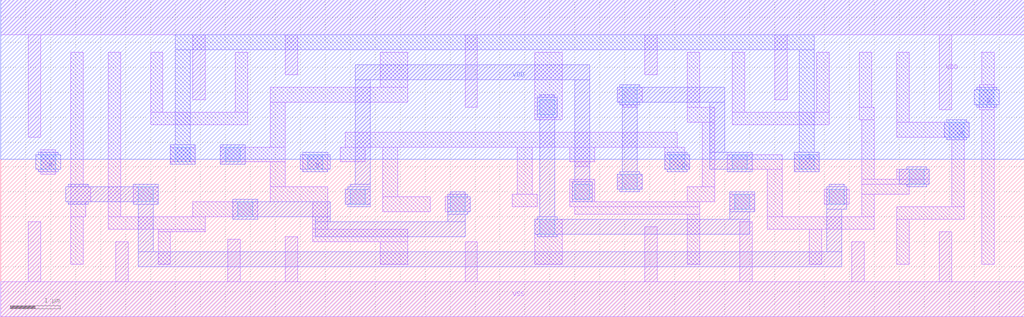
<source format=lef>
VERSION 5.7 ;
BUSBITCHARS "[]" ;
DIVIDERCHAR "/" ;

MACRO gf180mcu_osu_sc_gp9t3v3__buf_16
  CLASS BLOCK ;
  ORIGIN 0 0 ;
  FOREIGN gf180mcu_osu_sc_gp9t3v3__buf_16 ;
  SIZE 15.800 BY 6.350 ;
  PIN A
    ANTENNAGATEAREA 0.765000 ;
    PORT
      LAYER Metal2 ;
        RECT 1.100 2.600 1.500 2.650 ;
        RECT 1.050 2.300 1.550 2.600 ;
        RECT 1.100 2.250 1.500 2.300 ;
    END
  END A
  PIN Y
    ANTENNADIFFAREA 11.220001 ;
    PORT
      LAYER Metal2 ;
        RECT 14.050 3.550 14.550 3.950 ;
    END
  END Y
  PIN VDD
    ANTENNADIFFAREA 12.380001 ;
    PORT
      LAYER Nwell ;
        RECT 0.000 3.150 15.800 6.350 ;
      LAYER Metal1 ;
        RECT 0.000 5.650 15.800 6.350 ;
        RECT 1.400 3.600 1.650 5.650 ;
        RECT 3.100 3.600 3.350 5.650 ;
        RECT 4.800 3.600 5.050 5.650 ;
        RECT 6.500 3.600 6.750 5.650 ;
        RECT 8.200 3.600 8.450 5.650 ;
        RECT 9.900 3.600 10.150 5.650 ;
        RECT 11.600 3.600 11.850 5.650 ;
        RECT 13.300 3.600 13.550 5.650 ;
        RECT 15.000 3.600 15.250 5.650 ;
    END
  END VDD
  PIN VSS
    ANTENNADIFFAREA 8.215000 ;
    PORT
      LAYER Metal1 ;
        RECT 1.400 0.700 1.650 1.900 ;
        RECT 3.100 0.700 3.350 1.900 ;
        RECT 4.800 0.700 5.050 1.900 ;
        RECT 6.500 0.700 6.750 1.900 ;
        RECT 8.200 0.700 8.450 1.900 ;
        RECT 9.900 0.700 10.150 1.900 ;
        RECT 11.600 0.700 11.850 1.900 ;
        RECT 13.300 0.700 13.550 1.900 ;
        RECT 15.000 0.700 15.250 1.900 ;
        RECT 0.000 0.000 15.800 0.700 ;
    END
  END VSS
  OBS
      LAYER Metal1 ;
        RECT 0.550 3.350 0.800 5.300 ;
        RECT 2.250 3.350 2.500 5.300 ;
        RECT 3.950 3.350 4.200 5.300 ;
        RECT 5.650 3.350 5.900 5.300 ;
        RECT 7.350 3.350 7.600 5.300 ;
        RECT 9.050 3.350 9.300 5.300 ;
        RECT 10.750 3.350 11.000 5.300 ;
        RECT 12.450 3.350 12.700 5.300 ;
        RECT 14.150 3.900 14.400 5.300 ;
        RECT 14.050 3.600 14.550 3.900 ;
        RECT 14.150 3.350 14.400 3.600 ;
        RECT 0.550 3.050 2.000 3.350 ;
        RECT 2.250 3.050 14.400 3.350 ;
        RECT 0.550 1.050 0.800 3.050 ;
        RECT 1.050 2.300 1.550 2.600 ;
        RECT 2.250 2.450 2.500 3.050 ;
        RECT 3.950 2.450 4.200 3.050 ;
        RECT 5.650 2.450 5.900 3.050 ;
        RECT 7.350 2.450 7.600 3.050 ;
        RECT 9.050 2.450 9.300 3.050 ;
        RECT 10.750 2.450 11.000 3.050 ;
        RECT 12.450 2.450 12.700 3.050 ;
        RECT 14.150 2.450 14.400 3.050 ;
        RECT 2.250 2.150 14.400 2.450 ;
        RECT 2.250 1.050 2.500 2.150 ;
        RECT 3.950 1.050 4.200 2.150 ;
        RECT 5.650 1.050 5.900 2.150 ;
        RECT 7.350 1.050 7.600 2.150 ;
        RECT 9.050 1.050 9.300 2.150 ;
        RECT 10.750 1.050 11.000 2.150 ;
        RECT 12.450 1.050 12.700 2.150 ;
        RECT 14.150 1.050 14.400 2.150 ;
      LAYER Via1 ;
        RECT 14.150 3.600 14.450 3.900 ;
        RECT 1.150 2.300 1.450 2.600 ;
  END
END gf180mcu_osu_sc_gp9t3v3__buf_16


MACRO gf180mcu_osu_sc_gp9t3v3__or2_1
  CLASS BLOCK ;
  ORIGIN 0 0 ;
  FOREIGN gf180mcu_osu_sc_gp9t3v3__or2_1 ;
  SIZE 3.800 BY 6.350 ;
  PIN A
    ANTENNAGATEAREA 0.765000 ;
    PORT
      LAYER Metal2 ;
        RECT 0.900 2.250 1.400 2.650 ;
    END
  END A
  PIN B
    ANTENNAGATEAREA 0.765000 ;
    PORT
      LAYER Metal2 ;
        RECT 1.650 2.900 2.150 3.300 ;
    END
  END B
  PIN Y
    ANTENNADIFFAREA 1.275000 ;
    PORT
      LAYER Metal2 ;
        RECT 2.950 3.550 3.450 3.950 ;
        RECT 3.050 1.900 3.350 3.550 ;
        RECT 2.950 1.500 3.450 1.900 ;
    END
  END Y
  PIN VDD
    ANTENNADIFFAREA 2.202500 ;
    PORT
      LAYER Nwell ;
        RECT 0.000 3.150 3.800 6.350 ;
      LAYER Metal1 ;
        RECT 0.000 5.650 3.800 6.350 ;
        RECT 1.950 4.400 2.350 5.650 ;
    END
  END VDD
  PIN VSS
    ANTENNADIFFAREA 1.905000 ;
    PORT
      LAYER Metal1 ;
        RECT 0.400 0.700 0.650 1.550 ;
        RECT 2.100 0.700 2.350 1.900 ;
        RECT 0.000 0.000 3.800 0.700 ;
    END
  END VSS
  OBS
      LAYER Metal1 ;
        RECT 0.550 4.150 0.800 5.300 ;
        RECT 0.550 3.850 2.700 4.150 ;
        RECT 0.550 3.350 0.800 3.850 ;
        RECT 0.400 3.050 0.800 3.350 ;
        RECT 2.400 3.350 2.700 3.850 ;
        RECT 2.950 3.900 3.200 5.300 ;
        RECT 2.950 3.600 3.450 3.900 ;
        RECT 0.400 2.050 0.650 3.050 ;
        RECT 1.650 2.950 2.150 3.250 ;
        RECT 2.400 3.050 2.950 3.350 ;
        RECT 0.900 2.300 1.400 2.600 ;
        RECT 0.400 1.800 1.500 2.050 ;
        RECT 1.250 1.050 1.500 1.800 ;
        RECT 2.950 1.850 3.200 1.900 ;
        RECT 2.950 1.550 3.450 1.850 ;
        RECT 2.950 1.050 3.200 1.550 ;
      LAYER Via1 ;
        RECT 3.050 3.600 3.350 3.900 ;
        RECT 1.750 2.950 2.050 3.250 ;
        RECT 1.000 2.300 1.300 2.600 ;
        RECT 3.050 1.550 3.350 1.850 ;
  END
END gf180mcu_osu_sc_gp9t3v3__or2_1


MACRO gf180mcu_osu_sc_gp9t3v3__clkbuf_1
  CLASS BLOCK ;
  ORIGIN 0 0 ;
  FOREIGN gf180mcu_osu_sc_gp9t3v3__clkbuf_1 ;
  SIZE 3.200 BY 6.350 ;
  PIN A
    ANTENNAGATEAREA 0.765000 ;
    PORT
      LAYER Metal2 ;
        RECT 1.100 3.250 1.500 3.300 ;
        RECT 1.050 2.950 1.550 3.250 ;
        RECT 1.100 2.900 1.500 2.950 ;
    END
  END A
  PIN Y
    ANTENNADIFFAREA 1.275000 ;
    PORT
      LAYER Metal2 ;
        RECT 2.250 3.550 2.750 3.950 ;
        RECT 2.350 1.950 2.650 3.550 ;
        RECT 2.250 1.550 2.750 1.950 ;
    END
  END Y
  PIN VDD
    ANTENNADIFFAREA 1.780000 ;
    PORT
      LAYER Nwell ;
        RECT 0.000 3.150 3.200 6.350 ;
      LAYER Metal1 ;
        RECT 0.000 5.650 3.200 6.350 ;
        RECT 1.400 3.600 1.750 5.650 ;
    END
  END VDD
  PIN VSS
    ANTENNADIFFAREA 1.227500 ;
    PORT
      LAYER Metal1 ;
        RECT 1.400 0.700 1.750 1.900 ;
        RECT 0.000 0.000 3.200 0.700 ;
    END
  END VSS
  OBS
      LAYER Metal1 ;
        RECT 0.550 2.550 0.800 5.300 ;
        RECT 2.350 3.900 2.600 5.300 ;
        RECT 2.250 3.600 2.750 3.900 ;
        RECT 1.050 2.950 1.550 3.250 ;
        RECT 0.550 2.250 2.200 2.550 ;
        RECT 0.550 1.050 0.800 2.250 ;
        RECT 2.250 1.600 2.750 1.900 ;
        RECT 2.350 1.050 2.600 1.600 ;
      LAYER Via1 ;
        RECT 2.350 3.600 2.650 3.900 ;
        RECT 1.150 2.950 1.450 3.250 ;
        RECT 2.350 1.600 2.650 1.900 ;
  END
END gf180mcu_osu_sc_gp9t3v3__clkbuf_1


MACRO gf180mcu_osu_sc_gp9t3v3__tieh
  CLASS BLOCK ;
  ORIGIN 0 0 ;
  FOREIGN gf180mcu_osu_sc_gp9t3v3__tieh ;
  SIZE 2.200 BY 6.350 ;
  PIN Y
    ANTENNADIFFAREA 0.850000 ;
    PORT
      LAYER Metal2 ;
        RECT 1.300 3.550 1.800 3.950 ;
    END
  END Y
  PIN VDD
    ANTENNADIFFAREA 1.187500 ;
    PORT
      LAYER Nwell ;
        RECT 0.000 3.150 2.200 6.350 ;
      LAYER Metal1 ;
        RECT 0.000 5.650 2.200 6.350 ;
        RECT 0.550 3.600 0.800 5.650 ;
    END
  END VDD
  PIN VSS
    ANTENNADIFFAREA 0.762500 ;
    PORT
      LAYER Metal1 ;
        RECT 0.550 0.700 0.800 1.900 ;
        RECT 0.000 0.000 2.200 0.700 ;
    END
  END VSS
  OBS
      LAYER Metal1 ;
        RECT 1.400 3.900 1.650 5.300 ;
        RECT 1.300 3.600 1.800 3.900 ;
        RECT 1.400 3.550 1.650 3.600 ;
        RECT 1.150 2.300 1.650 2.550 ;
        RECT 1.400 1.050 1.650 2.300 ;
      LAYER Via1 ;
        RECT 1.400 3.600 1.700 3.900 ;
  END
END gf180mcu_osu_sc_gp9t3v3__tieh


MACRO gf180mcu_osu_sc_gp9t3v3__clkinv_4
  CLASS BLOCK ;
  ORIGIN 0 0 ;
  FOREIGN gf180mcu_osu_sc_gp9t3v3__clkinv_4 ;
  SIZE 4.800 BY 6.350 ;
  PIN A
    ANTENNAGATEAREA 3.060000 ;
    PORT
      LAYER Metal2 ;
        RECT 0.400 2.250 0.900 2.650 ;
    END
  END A
  PIN Y
    ANTENNADIFFAREA 2.805000 ;
    PORT
      LAYER Metal2 ;
        RECT 3.300 3.900 3.700 3.950 ;
        RECT 3.250 3.600 3.750 3.900 ;
        RECT 3.300 3.550 3.700 3.600 ;
    END
  END Y
  PIN VDD
    ANTENNADIFFAREA 3.732500 ;
    PORT
      LAYER Nwell ;
        RECT 0.000 3.150 4.800 6.350 ;
      LAYER Metal1 ;
        RECT 0.000 5.650 4.800 6.350 ;
        RECT 0.550 3.600 0.800 5.650 ;
        RECT 2.250 3.600 2.500 5.650 ;
        RECT 4.000 3.600 4.250 5.650 ;
    END
  END VDD
  PIN VSS
    ANTENNADIFFAREA 2.330000 ;
    PORT
      LAYER Metal1 ;
        RECT 0.550 0.700 0.800 1.900 ;
        RECT 2.250 0.700 2.500 1.900 ;
        RECT 3.950 0.700 4.200 1.900 ;
        RECT 0.000 0.000 4.800 0.700 ;
    END
  END VSS
  OBS
      LAYER Metal1 ;
        RECT 1.400 3.350 1.650 5.300 ;
        RECT 3.100 3.900 3.350 5.300 ;
        RECT 3.100 3.600 3.750 3.900 ;
        RECT 3.100 3.350 3.350 3.600 ;
        RECT 1.400 3.100 3.350 3.350 ;
        RECT 0.400 2.300 0.900 2.600 ;
        RECT 1.400 2.400 1.650 3.100 ;
        RECT 3.100 2.400 3.350 3.100 ;
        RECT 1.400 2.150 3.350 2.400 ;
        RECT 1.400 1.050 1.650 2.150 ;
        RECT 3.100 1.050 3.350 2.150 ;
      LAYER Via1 ;
        RECT 3.350 3.600 3.650 3.900 ;
        RECT 0.500 2.300 0.800 2.600 ;
  END
END gf180mcu_osu_sc_gp9t3v3__clkinv_4


MACRO gf180mcu_osu_sc_gp9t3v3__clkinv_8
  CLASS BLOCK ;
  ORIGIN 0 0 ;
  FOREIGN gf180mcu_osu_sc_gp9t3v3__clkinv_8 ;
  SIZE 8.200 BY 6.350 ;
  PIN A
    ANTENNAGATEAREA 6.120000 ;
    PORT
      LAYER Metal2 ;
        RECT 0.400 2.250 0.900 2.650 ;
    END
  END A
  PIN Y
    ANTENNADIFFAREA 5.610001 ;
    PORT
      LAYER Metal2 ;
        RECT 6.700 3.900 7.100 3.950 ;
        RECT 6.650 3.600 7.150 3.900 ;
        RECT 6.700 3.550 7.100 3.600 ;
    END
  END Y
  PIN VDD
    ANTENNADIFFAREA 6.615000 ;
    PORT
      LAYER Nwell ;
        RECT 0.000 3.150 8.200 6.350 ;
      LAYER Metal1 ;
        RECT 0.000 5.650 8.200 6.350 ;
        RECT 0.550 3.600 0.800 5.650 ;
        RECT 2.250 3.600 2.500 5.650 ;
        RECT 3.950 3.600 4.200 5.650 ;
        RECT 5.650 3.600 5.900 5.650 ;
        RECT 7.400 3.600 7.650 5.650 ;
    END
  END VDD
  PIN VSS
    ANTENNADIFFAREA 4.277500 ;
    PORT
      LAYER Metal1 ;
        RECT 0.550 0.700 0.800 1.900 ;
        RECT 2.250 0.700 2.500 1.900 ;
        RECT 3.950 0.700 4.200 1.900 ;
        RECT 5.650 0.700 5.900 1.900 ;
        RECT 7.350 0.700 7.600 1.900 ;
        RECT 0.000 0.000 8.200 0.700 ;
    END
  END VSS
  OBS
      LAYER Metal1 ;
        RECT 1.400 3.350 1.650 5.300 ;
        RECT 3.100 3.350 3.350 5.300 ;
        RECT 4.800 3.350 5.050 5.300 ;
        RECT 6.500 3.900 6.750 5.300 ;
        RECT 6.500 3.600 7.150 3.900 ;
        RECT 6.500 3.350 6.750 3.600 ;
        RECT 1.400 3.100 6.750 3.350 ;
        RECT 0.400 2.300 0.900 2.600 ;
        RECT 1.400 2.400 1.650 3.100 ;
        RECT 3.100 2.400 3.350 3.100 ;
        RECT 4.800 2.400 5.050 3.100 ;
        RECT 6.500 2.400 6.750 3.100 ;
        RECT 1.400 2.150 6.750 2.400 ;
        RECT 1.400 1.050 1.650 2.150 ;
        RECT 3.100 1.050 3.350 2.150 ;
        RECT 4.800 1.050 5.050 2.150 ;
        RECT 6.500 1.050 6.750 2.150 ;
      LAYER Via1 ;
        RECT 6.750 3.600 7.050 3.900 ;
        RECT 0.500 2.300 0.800 2.600 ;
  END
END gf180mcu_osu_sc_gp9t3v3__clkinv_8


MACRO gf180mcu_osu_sc_gp9t3v3__mux2_1
  CLASS BLOCK ;
  ORIGIN 0 0 ;
  FOREIGN gf180mcu_osu_sc_gp9t3v3__mux2_1 ;
  SIZE 5.100 BY 6.350 ;
  PIN A
    ANTENNADIFFAREA 1.275000 ;
    PORT
      LAYER Metal2 ;
        RECT 2.350 2.250 2.850 2.650 ;
    END
  END A
  PIN B
    ANTENNADIFFAREA 1.657500 ;
    PORT
      LAYER Metal2 ;
        RECT 4.250 2.250 4.750 2.650 ;
    END
  END B
  PIN Sel
    ANTENNAGATEAREA 1.530000 ;
    PORT
      LAYER Metal2 ;
        RECT 0.550 2.900 1.050 3.300 ;
    END
  END Sel
  PIN Y
    ANTENNADIFFAREA 1.785000 ;
    PORT
      LAYER Metal2 ;
        RECT 3.000 4.200 3.500 4.600 ;
    END
  END Y
  PIN VDD
    ANTENNADIFFAREA 2.200000 ;
    PORT
      LAYER Nwell ;
        RECT 0.000 3.150 5.100 6.350 ;
      LAYER Metal1 ;
        RECT 0.000 5.650 5.100 6.350 ;
        RECT 0.550 3.600 0.800 5.650 ;
    END
  END VDD
  PIN VSS
    ANTENNADIFFAREA 1.775000 ;
    PORT
      LAYER Metal1 ;
        RECT 0.550 0.700 0.800 1.900 ;
        RECT 0.000 0.000 5.100 0.700 ;
    END
  END VSS
  OBS
      LAYER Metal1 ;
        RECT 1.400 3.450 1.650 5.300 ;
        RECT 0.550 2.950 1.050 3.250 ;
        RECT 1.400 3.150 1.950 3.450 ;
        RECT 1.400 2.400 1.650 3.150 ;
        RECT 2.250 2.650 2.500 5.300 ;
        RECT 3.100 4.650 3.350 5.300 ;
        RECT 3.100 4.150 3.400 4.650 ;
        RECT 1.400 2.100 2.000 2.400 ;
        RECT 2.250 2.250 2.850 2.650 ;
        RECT 1.400 1.050 1.650 2.100 ;
        RECT 2.250 1.050 2.500 2.250 ;
        RECT 3.100 1.050 3.350 4.150 ;
        RECT 3.650 3.000 3.950 3.550 ;
        RECT 4.250 2.650 4.500 5.300 ;
        RECT 4.250 2.250 4.750 2.650 ;
        RECT 4.250 1.050 4.500 2.250 ;
      LAYER Via1 ;
        RECT 0.650 2.950 0.950 3.250 ;
        RECT 1.550 3.150 1.850 3.450 ;
        RECT 3.100 4.250 3.400 4.550 ;
        RECT 2.450 2.300 2.750 2.600 ;
        RECT 3.650 3.150 3.950 3.450 ;
        RECT 4.350 2.300 4.650 2.600 ;
      LAYER Metal2 ;
        RECT 1.450 3.450 1.950 3.500 ;
        RECT 3.550 3.450 4.050 3.500 ;
        RECT 1.450 3.150 4.050 3.450 ;
        RECT 1.450 3.100 1.950 3.150 ;
        RECT 3.550 3.100 4.050 3.150 ;
  END
END gf180mcu_osu_sc_gp9t3v3__mux2_1


MACRO gf180mcu_osu_sc_gp9t3v3__xor2_1
  CLASS BLOCK ;
  ORIGIN 0 0 ;
  FOREIGN gf180mcu_osu_sc_gp9t3v3__xor2_1 ;
  SIZE 6.700 BY 6.350 ;
  PIN A
    ANTENNAGATEAREA 1.530000 ;
    PORT
      LAYER Metal2 ;
        RECT 1.150 2.600 1.550 2.650 ;
        RECT 1.100 2.300 1.600 2.600 ;
        RECT 1.150 2.250 1.550 2.300 ;
    END
  END A
  PIN B
    ANTENNAGATEAREA 1.530000 ;
    PORT
      LAYER Metal2 ;
        RECT 5.150 2.600 5.550 2.650 ;
        RECT 5.100 2.300 5.600 2.600 ;
        RECT 5.150 2.250 5.550 2.300 ;
    END
  END B
  PIN Y
    ANTENNADIFFAREA 2.167500 ;
    PORT
      LAYER Metal2 ;
        RECT 3.150 4.600 3.450 4.650 ;
        RECT 3.100 4.200 3.500 4.600 ;
        RECT 3.150 1.850 3.450 4.200 ;
        RECT 3.050 1.450 3.550 1.850 ;
    END
  END Y
  PIN VDD
    ANTENNADIFFAREA 3.557500 ;
    PORT
      LAYER Nwell ;
        RECT 0.000 3.150 6.700 6.350 ;
      LAYER Metal1 ;
        RECT 0.000 5.650 6.700 6.350 ;
        RECT 1.400 3.900 1.650 5.650 ;
        RECT 5.000 3.900 5.250 5.650 ;
    END
  END VDD
  PIN VSS
    ANTENNADIFFAREA 2.622500 ;
    PORT
      LAYER Metal1 ;
        RECT 1.400 0.700 1.650 1.900 ;
        RECT 5.000 0.700 5.250 1.850 ;
        RECT 0.000 0.000 6.700 0.700 ;
    END
  END VSS
  OBS
      LAYER Metal1 ;
        RECT 0.550 3.350 0.800 5.300 ;
        RECT 3.200 4.650 3.450 5.300 ;
        RECT 3.150 4.550 3.450 4.650 ;
        RECT 3.050 4.250 3.550 4.550 ;
        RECT 2.700 3.750 4.700 4.000 ;
        RECT 2.700 3.400 3.000 3.750 ;
        RECT 4.450 3.500 4.700 3.750 ;
        RECT 5.850 3.500 6.100 5.300 ;
        RECT 0.550 3.100 2.350 3.350 ;
        RECT 2.600 3.150 3.100 3.400 ;
        RECT 0.550 1.050 0.800 3.100 ;
        RECT 2.050 2.900 2.350 3.100 ;
        RECT 3.650 2.900 3.950 3.500 ;
        RECT 4.450 3.200 6.100 3.500 ;
        RECT 4.450 2.950 4.750 3.200 ;
        RECT 2.050 2.650 3.950 2.900 ;
        RECT 4.350 2.650 4.850 2.950 ;
        RECT 1.100 2.300 1.600 2.600 ;
        RECT 5.100 2.400 5.600 2.600 ;
        RECT 2.350 2.300 5.600 2.400 ;
        RECT 2.350 2.100 5.450 2.300 ;
        RECT 3.150 1.800 3.450 1.850 ;
        RECT 3.050 1.500 3.550 1.800 ;
        RECT 3.150 1.400 3.450 1.500 ;
        RECT 3.200 1.050 3.450 1.400 ;
        RECT 5.850 1.050 6.100 3.200 ;
      LAYER Via1 ;
        RECT 3.150 4.250 3.450 4.550 ;
        RECT 1.200 2.300 1.500 2.600 ;
        RECT 5.200 2.300 5.500 2.600 ;
        RECT 3.150 1.500 3.450 1.800 ;
  END
END gf180mcu_osu_sc_gp9t3v3__xor2_1


MACRO gf180mcu_osu_sc_gp9t3v3__inv_2
  CLASS BLOCK ;
  ORIGIN 0 0 ;
  FOREIGN gf180mcu_osu_sc_gp9t3v3__inv_2 ;
  SIZE 3.200 BY 6.350 ;
  PIN A
    ANTENNAGATEAREA 1.530000 ;
    PORT
      LAYER Metal2 ;
        RECT 0.650 2.250 1.150 2.650 ;
    END
  END A
  PIN Y
    ANTENNADIFFAREA 1.402500 ;
    PORT
      LAYER Metal2 ;
        RECT 1.600 3.900 2.000 3.950 ;
        RECT 1.550 3.600 2.050 3.900 ;
        RECT 1.600 3.550 2.000 3.600 ;
    END
  END Y
  PIN VDD
    ANTENNADIFFAREA 2.460000 ;
    PORT
      LAYER Nwell ;
        RECT 0.000 3.150 3.200 6.350 ;
      LAYER Metal1 ;
        RECT 0.000 5.650 3.200 6.350 ;
        RECT 0.550 3.600 0.800 5.650 ;
        RECT 2.300 3.600 2.550 5.650 ;
    END
  END VDD
  PIN VSS
    ANTENNADIFFAREA 1.525000 ;
    PORT
      LAYER Metal1 ;
        RECT 0.550 0.700 0.800 1.900 ;
        RECT 2.250 0.700 2.500 1.900 ;
        RECT 0.000 0.000 3.200 0.700 ;
    END
  END VSS
  OBS
      LAYER Metal1 ;
        RECT 1.400 3.900 1.650 5.300 ;
        RECT 1.400 3.600 2.050 3.900 ;
        RECT 0.650 2.300 1.150 2.600 ;
        RECT 1.400 1.050 1.650 3.600 ;
      LAYER Via1 ;
        RECT 0.750 2.300 1.050 2.600 ;
        RECT 1.650 3.600 1.950 3.900 ;
  END
END gf180mcu_osu_sc_gp9t3v3__inv_2


MACRO gf180mcu_osu_sc_gp9t3v3__buf_8
  CLASS BLOCK ;
  ORIGIN 0 0 ;
  FOREIGN gf180mcu_osu_sc_gp9t3v3__buf_8 ;
  SIZE 9.050 BY 6.350 ;
  PIN A
    ANTENNAGATEAREA 0.765000 ;
    PORT
      LAYER Metal2 ;
        RECT 1.100 2.600 1.500 2.650 ;
        RECT 1.050 2.300 1.550 2.600 ;
        RECT 1.100 2.250 1.500 2.300 ;
    END
  END A
  PIN Y
    ANTENNADIFFAREA 5.610001 ;
    PORT
      LAYER Metal2 ;
        RECT 7.250 3.550 7.750 3.950 ;
    END
  END Y
  PIN VDD
    ANTENNADIFFAREA 6.952500 ;
    PORT
      LAYER Nwell ;
        RECT 0.000 3.150 9.050 6.350 ;
      LAYER Metal1 ;
        RECT 0.000 5.650 9.050 6.350 ;
        RECT 1.400 3.600 1.650 5.650 ;
        RECT 3.100 3.600 3.350 5.650 ;
        RECT 4.800 3.600 5.050 5.650 ;
        RECT 6.500 3.600 6.750 5.650 ;
        RECT 8.200 3.600 8.450 5.650 ;
    END
  END VDD
  PIN VSS
    ANTENNADIFFAREA 4.657500 ;
    PORT
      LAYER Metal1 ;
        RECT 1.400 0.700 1.650 1.900 ;
        RECT 3.100 0.700 3.350 1.900 ;
        RECT 4.800 0.700 5.050 1.900 ;
        RECT 6.500 0.700 6.750 1.900 ;
        RECT 8.200 0.700 8.450 1.900 ;
        RECT 0.000 0.000 9.050 0.700 ;
    END
  END VSS
  OBS
      LAYER Metal1 ;
        RECT 0.550 3.350 0.800 5.300 ;
        RECT 2.250 3.350 2.500 5.300 ;
        RECT 3.950 3.350 4.200 5.300 ;
        RECT 5.650 3.350 5.900 5.300 ;
        RECT 7.350 3.900 7.600 5.300 ;
        RECT 7.250 3.600 7.750 3.900 ;
        RECT 7.350 3.350 7.600 3.600 ;
        RECT 0.550 3.050 2.000 3.350 ;
        RECT 2.250 3.050 7.600 3.350 ;
        RECT 0.550 1.050 0.800 3.050 ;
        RECT 1.050 2.300 1.550 2.600 ;
        RECT 2.250 2.450 2.500 3.050 ;
        RECT 3.950 2.450 4.200 3.050 ;
        RECT 5.650 2.450 5.900 3.050 ;
        RECT 7.350 2.450 7.600 3.050 ;
        RECT 2.250 2.150 7.600 2.450 ;
        RECT 2.250 1.050 2.500 2.150 ;
        RECT 3.950 1.050 4.200 2.150 ;
        RECT 5.650 1.050 5.900 2.150 ;
        RECT 7.350 1.050 7.600 2.150 ;
      LAYER Via1 ;
        RECT 7.350 3.600 7.650 3.900 ;
        RECT 1.150 2.300 1.450 2.600 ;
  END
END gf180mcu_osu_sc_gp9t3v3__buf_8


MACRO gf180mcu_osu_sc_gp9t3v3__dlat_1
  CLASS BLOCK ;
  ORIGIN 0 0 ;
  FOREIGN gf180mcu_osu_sc_gp9t3v3__dlat_1 ;
  SIZE 9.500 BY 6.350 ;
  PIN D
    ANTENNAGATEAREA 0.765000 ;
    PORT
      LAYER Metal2 ;
        RECT 1.850 2.900 2.350 3.300 ;
    END
  END D
  PIN CLK
    ANTENNAGATEAREA 1.530000 ;
    PORT
      LAYER Metal2 ;
        RECT 5.700 3.400 6.200 3.450 ;
        RECT 3.500 3.300 6.200 3.400 ;
        RECT 3.450 3.250 6.200 3.300 ;
        RECT 3.400 3.100 6.200 3.250 ;
        RECT 3.400 2.950 3.900 3.100 ;
        RECT 5.700 3.050 6.200 3.100 ;
        RECT 3.450 2.900 3.850 2.950 ;
    END
  END CLK
  PIN Q
    ANTENNADIFFAREA 1.275000 ;
    PORT
      LAYER Metal2 ;
        RECT 8.700 3.250 9.100 3.300 ;
        RECT 8.650 2.950 9.150 3.250 ;
        RECT 8.700 2.900 9.100 2.950 ;
    END
  END Q
  PIN VDD
    ANTENNADIFFAREA 5.167500 ;
    PORT
      LAYER Nwell ;
        RECT 0.000 3.150 9.500 6.350 ;
      LAYER Metal1 ;
        RECT 0.000 5.650 9.500 6.350 ;
        RECT 1.450 4.400 1.700 5.650 ;
        RECT 5.350 3.850 5.600 5.650 ;
        RECT 7.800 4.300 8.050 5.650 ;
    END
  END VDD
  PIN VSS
    ANTENNADIFFAREA 4.020000 ;
    PORT
      LAYER Metal1 ;
        RECT 1.450 0.700 1.850 1.600 ;
        RECT 5.200 0.700 5.600 1.550 ;
        RECT 7.800 0.700 8.050 1.550 ;
        RECT 0.000 0.000 9.500 0.700 ;
    END
  END VSS
  OBS
      LAYER Metal1 ;
        RECT 0.600 2.650 0.850 5.300 ;
        RECT 3.150 4.150 3.400 5.300 ;
        RECT 1.150 3.900 3.400 4.150 ;
        RECT 6.200 4.000 6.450 5.300 ;
        RECT 1.150 3.400 1.400 3.900 ;
        RECT 6.200 3.750 6.700 4.000 ;
        RECT 1.100 3.100 1.550 3.400 ;
        RECT 0.500 2.600 0.850 2.650 ;
        RECT 0.350 2.300 0.850 2.600 ;
        RECT 0.450 2.250 0.850 2.300 ;
        RECT 0.600 1.050 0.850 2.250 ;
        RECT 1.150 2.250 1.400 3.100 ;
        RECT 1.850 2.950 2.350 3.250 ;
        RECT 2.600 3.100 3.100 3.400 ;
        RECT 2.700 2.700 3.000 3.100 ;
        RECT 3.400 2.950 3.900 3.400 ;
        RECT 5.700 3.100 6.200 3.400 ;
        RECT 4.150 2.700 4.650 2.850 ;
        RECT 2.700 2.550 4.650 2.700 ;
        RECT 2.700 2.450 4.550 2.550 ;
        RECT 5.000 2.450 5.500 2.750 ;
        RECT 2.700 2.400 4.500 2.450 ;
        RECT 1.150 2.000 2.400 2.250 ;
        RECT 2.150 1.550 2.400 2.000 ;
        RECT 4.200 2.050 4.500 2.400 ;
        RECT 6.450 2.350 6.700 3.750 ;
        RECT 6.950 3.700 7.200 5.300 ;
        RECT 6.950 3.450 8.300 3.700 ;
        RECT 7.200 2.450 7.700 2.750 ;
        RECT 6.200 2.100 6.700 2.350 ;
        RECT 8.000 2.200 8.300 3.450 ;
        RECT 6.200 2.050 6.450 2.100 ;
        RECT 4.200 1.800 6.450 2.050 ;
        RECT 3.150 1.550 3.400 1.650 ;
        RECT 2.150 1.300 3.400 1.550 ;
        RECT 3.150 1.050 3.400 1.300 ;
        RECT 6.200 1.050 6.450 1.800 ;
        RECT 6.950 1.950 8.300 2.200 ;
        RECT 8.650 3.300 8.900 5.300 ;
        RECT 8.650 3.250 9.050 3.300 ;
        RECT 8.650 2.950 9.150 3.250 ;
        RECT 8.650 2.900 9.050 2.950 ;
        RECT 6.950 1.050 7.200 1.950 ;
        RECT 8.650 1.050 8.900 2.900 ;
      LAYER Via1 ;
        RECT 0.450 2.300 0.750 2.600 ;
        RECT 1.950 2.950 2.250 3.250 ;
        RECT 3.500 2.950 3.800 3.250 ;
        RECT 5.800 3.100 6.100 3.400 ;
        RECT 5.100 2.450 5.400 2.750 ;
        RECT 7.300 2.450 7.600 2.750 ;
        RECT 8.750 2.950 9.050 3.250 ;
      LAYER Metal2 ;
        RECT 5.050 2.750 5.450 2.800 ;
        RECT 7.200 2.750 7.700 2.800 ;
        RECT 0.350 2.600 0.850 2.650 ;
        RECT 4.600 2.600 7.700 2.750 ;
        RECT 0.350 2.450 7.700 2.600 ;
        RECT 0.350 2.400 5.450 2.450 ;
        RECT 7.200 2.400 7.700 2.450 ;
        RECT 0.350 2.300 4.900 2.400 ;
        RECT 0.350 2.250 0.850 2.300 ;
  END
END gf180mcu_osu_sc_gp9t3v3__dlat_1


MACRO gf180mcu_osu_sc_gp9t3v3__clkbuf_8
  CLASS BLOCK ;
  ORIGIN 0 0 ;
  FOREIGN gf180mcu_osu_sc_gp9t3v3__clkbuf_8 ;
  SIZE 9.050 BY 6.350 ;
  PIN A
    ANTENNAGATEAREA 0.765000 ;
    PORT
      LAYER Metal2 ;
        RECT 1.100 2.600 1.500 2.650 ;
        RECT 1.050 2.300 1.550 2.600 ;
        RECT 1.100 2.250 1.500 2.300 ;
    END
  END A
  PIN Y
    ANTENNADIFFAREA 5.610001 ;
    PORT
      LAYER Metal2 ;
        RECT 7.250 3.550 7.750 3.950 ;
    END
  END Y
  PIN VDD
    ANTENNADIFFAREA 6.952500 ;
    PORT
      LAYER Nwell ;
        RECT 0.000 3.150 9.050 6.350 ;
      LAYER Metal1 ;
        RECT 0.000 5.650 9.050 6.350 ;
        RECT 1.400 3.600 1.650 5.650 ;
        RECT 3.100 3.600 3.350 5.650 ;
        RECT 4.800 3.600 5.050 5.650 ;
        RECT 6.500 3.600 6.750 5.650 ;
        RECT 8.200 3.600 8.450 5.650 ;
    END
  END VDD
  PIN VSS
    ANTENNADIFFAREA 4.657500 ;
    PORT
      LAYER Metal1 ;
        RECT 1.400 0.700 1.650 1.900 ;
        RECT 3.100 0.700 3.350 1.900 ;
        RECT 4.800 0.700 5.050 1.900 ;
        RECT 6.500 0.700 6.750 1.900 ;
        RECT 8.200 0.700 8.450 1.900 ;
        RECT 0.000 0.000 9.050 0.700 ;
    END
  END VSS
  OBS
      LAYER Metal1 ;
        RECT 0.550 3.350 0.800 5.300 ;
        RECT 2.250 3.350 2.500 5.300 ;
        RECT 3.950 3.350 4.200 5.300 ;
        RECT 5.650 3.350 5.900 5.300 ;
        RECT 7.350 3.900 7.600 5.300 ;
        RECT 7.250 3.600 7.750 3.900 ;
        RECT 7.350 3.350 7.600 3.600 ;
        RECT 0.550 3.050 2.000 3.350 ;
        RECT 2.250 3.050 7.600 3.350 ;
        RECT 0.550 1.050 0.800 3.050 ;
        RECT 1.050 2.300 1.550 2.600 ;
        RECT 2.250 2.450 2.500 3.050 ;
        RECT 3.950 2.450 4.200 3.050 ;
        RECT 5.650 2.450 5.900 3.050 ;
        RECT 7.350 2.450 7.600 3.050 ;
        RECT 2.250 2.150 7.600 2.450 ;
        RECT 2.250 1.050 2.500 2.150 ;
        RECT 3.950 1.050 4.200 2.150 ;
        RECT 5.650 1.050 5.900 2.150 ;
        RECT 7.350 1.050 7.600 2.150 ;
      LAYER Via1 ;
        RECT 7.350 3.600 7.650 3.900 ;
        RECT 1.150 2.300 1.450 2.600 ;
  END
END gf180mcu_osu_sc_gp9t3v3__clkbuf_8


MACRO gf180mcu_osu_sc_gp9t3v3__addf_1
  CLASS BLOCK ;
  ORIGIN 0 0 ;
  FOREIGN gf180mcu_osu_sc_gp9t3v3__addf_1 ;
  SIZE 14.000 BY 6.350 ;
  PIN A
    ANTENNAGATEAREA 3.060000 ;
    PORT
      LAYER Metal2 ;
        RECT 0.600 2.250 1.100 2.650 ;
    END
  END A
  PIN B
    ANTENNAGATEAREA 3.060000 ;
    PORT
      LAYER Metal2 ;
        RECT 1.550 3.250 1.950 3.300 ;
        RECT 1.500 2.950 2.000 3.250 ;
        RECT 1.550 2.900 1.950 2.950 ;
    END
  END B
  PIN CI
    ANTENNAGATEAREA 2.295000 ;
    PORT
      LAYER Metal2 ;
        RECT 2.600 2.600 3.000 2.650 ;
        RECT 2.550 2.300 3.050 2.600 ;
        RECT 2.600 2.250 3.000 2.300 ;
    END
  END CI
  PIN SUM
    ANTENNADIFFAREA 1.275000 ;
    PORT
      LAYER Metal2 ;
        RECT 11.600 3.400 12.000 3.450 ;
        RECT 11.550 3.100 12.050 3.400 ;
        RECT 11.600 3.050 12.000 3.100 ;
    END
  END SUM
  PIN CO
    ANTENNADIFFAREA 1.275000 ;
    PORT
      LAYER Metal2 ;
        RECT 13.300 3.400 13.700 3.450 ;
        RECT 13.250 3.100 13.750 3.400 ;
        RECT 13.300 3.050 13.700 3.100 ;
    END
  END CO
  PIN VDD
    ANTENNADIFFAREA 8.302501 ;
    PORT
      LAYER Nwell ;
        RECT 0.000 3.150 14.000 6.350 ;
      LAYER Metal1 ;
        RECT 0.000 5.650 14.000 6.350 ;
        RECT 1.400 4.800 1.650 5.650 ;
        RECT 4.800 4.800 5.050 5.650 ;
        RECT 6.500 4.800 6.750 5.650 ;
        RECT 10.750 4.800 11.000 5.650 ;
        RECT 12.350 4.800 12.600 5.650 ;
    END
  END VDD
  PIN VSS
    ANTENNADIFFAREA 6.007501 ;
    PORT
      LAYER Metal1 ;
        RECT 1.400 0.700 1.650 1.500 ;
        RECT 4.800 0.700 5.050 1.500 ;
        RECT 6.500 0.700 6.750 1.500 ;
        RECT 10.750 0.700 11.000 1.500 ;
        RECT 12.350 0.700 12.600 1.500 ;
        RECT 0.000 0.000 14.000 0.700 ;
    END
  END VSS
  OBS
      LAYER Metal1 ;
        RECT 0.550 4.550 0.800 5.300 ;
        RECT 2.250 4.550 2.500 5.300 ;
        RECT 3.100 4.800 3.400 5.300 ;
        RECT 0.550 4.300 2.500 4.550 ;
        RECT 5.650 4.550 5.900 5.300 ;
        RECT 7.350 4.550 7.600 5.300 ;
        RECT 5.650 4.300 7.600 4.550 ;
        RECT 8.100 4.250 8.600 4.550 ;
        RECT 1.600 3.750 4.000 4.050 ;
        RECT 1.600 2.850 1.900 3.750 ;
        RECT 2.150 3.200 3.450 3.500 ;
        RECT 2.150 2.600 2.400 3.200 ;
        RECT 3.200 2.750 3.450 3.200 ;
        RECT 3.700 3.400 4.000 3.750 ;
        RECT 5.850 3.700 9.950 4.000 ;
        RECT 5.850 3.400 6.150 3.700 ;
        RECT 3.700 3.100 6.150 3.400 ;
        RECT 3.700 3.000 4.000 3.100 ;
        RECT 5.850 3.000 6.150 3.100 ;
        RECT 6.400 3.150 9.100 3.450 ;
        RECT 6.400 2.750 6.700 3.150 ;
        RECT 0.600 2.300 2.400 2.600 ;
        RECT 2.650 2.200 2.950 2.700 ;
        RECT 3.200 2.450 6.700 2.750 ;
        RECT 7.050 2.200 7.350 2.850 ;
        RECT 8.800 2.750 9.100 3.150 ;
        RECT 9.650 3.000 9.950 3.700 ;
        RECT 11.600 3.450 11.850 5.300 ;
        RECT 13.200 3.450 13.450 5.300 ;
        RECT 11.600 3.400 11.900 3.450 ;
        RECT 13.200 3.400 13.650 3.450 ;
        RECT 11.600 3.100 12.050 3.400 ;
        RECT 13.200 3.100 13.750 3.400 ;
        RECT 11.600 3.050 11.900 3.100 ;
        RECT 13.200 3.050 13.650 3.100 ;
        RECT 7.800 2.450 8.300 2.750 ;
        RECT 8.700 2.450 9.200 2.750 ;
        RECT 9.750 2.350 10.600 2.650 ;
        RECT 10.850 2.450 11.350 2.750 ;
        RECT 9.750 2.200 10.050 2.350 ;
        RECT 2.650 1.900 10.050 2.200 ;
        RECT 0.500 1.050 0.800 1.550 ;
        RECT 2.200 1.050 2.500 1.550 ;
        RECT 3.100 1.050 3.400 1.550 ;
        RECT 5.650 1.050 5.950 1.550 ;
        RECT 7.300 1.050 7.600 1.550 ;
        RECT 8.200 1.050 8.500 1.550 ;
        RECT 11.600 1.050 11.850 3.050 ;
        RECT 12.450 2.450 12.950 2.750 ;
        RECT 13.200 1.050 13.450 3.050 ;
      LAYER Via1 ;
        RECT 3.100 4.900 3.400 5.200 ;
        RECT 8.200 4.250 8.500 4.550 ;
        RECT 1.600 2.950 1.900 3.250 ;
        RECT 0.700 2.300 1.000 2.600 ;
        RECT 2.650 2.300 2.950 2.600 ;
        RECT 11.650 3.100 11.950 3.400 ;
        RECT 13.350 3.100 13.650 3.400 ;
        RECT 7.900 2.450 8.200 2.750 ;
        RECT 10.950 2.450 11.250 2.750 ;
        RECT 0.500 1.150 0.800 1.450 ;
        RECT 2.200 1.150 2.500 1.450 ;
        RECT 3.100 1.150 3.400 1.450 ;
        RECT 5.650 1.150 5.950 1.450 ;
        RECT 7.300 1.150 7.600 1.450 ;
        RECT 8.200 1.150 8.500 1.450 ;
        RECT 12.550 2.450 12.850 2.750 ;
      LAYER Metal2 ;
        RECT 3.100 5.250 3.400 5.300 ;
        RECT 3.050 5.200 3.450 5.250 ;
        RECT 3.000 4.900 12.850 5.200 ;
        RECT 3.050 4.850 3.450 4.900 ;
        RECT 3.750 2.750 4.050 4.900 ;
        RECT 8.150 4.550 8.550 4.600 ;
        RECT 8.100 4.250 11.250 4.550 ;
        RECT 8.150 4.200 8.550 4.250 ;
        RECT 7.850 2.750 8.250 2.800 ;
        RECT 3.750 2.450 8.300 2.750 ;
        RECT 0.500 1.500 0.800 1.550 ;
        RECT 2.200 1.500 2.500 1.550 ;
        RECT 3.100 1.500 3.400 1.550 ;
        RECT 0.450 1.450 0.850 1.500 ;
        RECT 2.150 1.450 2.550 1.500 ;
        RECT 0.450 1.150 2.550 1.450 ;
        RECT 0.450 1.100 0.850 1.150 ;
        RECT 2.150 1.100 2.550 1.150 ;
        RECT 3.050 1.450 3.450 1.500 ;
        RECT 3.750 1.450 4.050 2.450 ;
        RECT 7.850 2.400 8.250 2.450 ;
        RECT 5.650 1.500 5.950 1.550 ;
        RECT 7.300 1.500 7.600 1.550 ;
        RECT 3.050 1.150 4.050 1.450 ;
        RECT 5.600 1.450 6.000 1.500 ;
        RECT 7.250 1.450 7.650 1.500 ;
        RECT 8.150 1.450 8.550 1.500 ;
        RECT 8.850 1.450 9.150 4.250 ;
        RECT 10.950 2.800 11.250 4.250 ;
        RECT 12.550 2.800 12.850 4.900 ;
        RECT 10.900 2.400 11.300 2.800 ;
        RECT 12.500 2.750 12.900 2.800 ;
        RECT 12.450 2.450 12.950 2.750 ;
        RECT 12.500 2.400 12.900 2.450 ;
        RECT 10.950 2.350 11.250 2.400 ;
        RECT 12.550 2.350 12.850 2.400 ;
        RECT 5.600 1.150 7.650 1.450 ;
        RECT 8.100 1.150 9.150 1.450 ;
        RECT 3.050 1.100 3.450 1.150 ;
        RECT 5.600 1.100 6.000 1.150 ;
        RECT 7.250 1.100 7.650 1.150 ;
        RECT 8.150 1.100 8.550 1.150 ;
        RECT 0.500 1.050 0.800 1.100 ;
        RECT 2.200 1.050 2.500 1.100 ;
        RECT 3.100 1.050 3.400 1.100 ;
        RECT 5.650 1.050 5.950 1.100 ;
        RECT 7.300 1.050 7.600 1.100 ;
  END
END gf180mcu_osu_sc_gp9t3v3__addf_1


MACRO gf180mcu_osu_sc_gp9t3v3__fill_4
  CLASS BLOCK ;
  ORIGIN 0 0 ;
  FOREIGN gf180mcu_osu_sc_gp9t3v3__fill_4 ;
  SIZE 0.900 BY 6.350 ;
  PIN VDD
    PORT
      LAYER Metal1 ;
        RECT 0.000 5.650 0.400 6.350 ;
    END
  END VDD
  PIN VSS
    PORT
      LAYER Metal1 ;
        RECT 0.000 0.000 0.400 0.700 ;
    END
  END VSS
  OBS
      LAYER Nwell ;
        RECT 0.000 3.150 0.400 6.350 ;
  END
END gf180mcu_osu_sc_gp9t3v3__fill_4


MACRO gf180mcu_osu_sc_gp9t3v3__tinv_1
  CLASS BLOCK ;
  ORIGIN 0 0 ;
  FOREIGN gf180mcu_osu_sc_gp9t3v3__tinv_1 ;
  SIZE 3.850 BY 6.350 ;
  PIN A
    ANTENNAGATEAREA 0.765000 ;
    PORT
      LAYER Metal2 ;
        RECT 1.650 2.600 2.050 2.650 ;
        RECT 1.600 2.300 2.100 2.600 ;
        RECT 1.650 2.250 2.050 2.300 ;
    END
  END A
  PIN EN
    ANTENNAGATEAREA 1.020000 ;
    PORT
      LAYER Metal2 ;
        RECT 0.850 2.600 1.250 2.650 ;
        RECT 0.800 2.300 1.300 2.600 ;
        RECT 0.850 2.250 1.250 2.300 ;
        RECT 0.900 1.950 1.200 2.250 ;
        RECT 2.400 2.050 2.900 2.450 ;
        RECT 2.400 1.950 2.800 2.050 ;
        RECT 0.900 1.650 2.800 1.950 ;
    END
  END EN
  PIN Y
    ANTENNADIFFAREA 1.275000 ;
    PORT
      LAYER Metal2 ;
        RECT 2.800 4.200 3.300 4.600 ;
    END
  END Y
  PIN VDD
    ANTENNADIFFAREA 2.117500 ;
    PORT
      LAYER Nwell ;
        RECT 0.000 3.150 3.850 6.350 ;
      LAYER Metal1 ;
        RECT 0.000 5.650 3.850 6.350 ;
        RECT 1.400 3.600 1.750 5.650 ;
    END
  END VDD
  PIN VSS
    ANTENNADIFFAREA 1.565000 ;
    PORT
      LAYER Metal1 ;
        RECT 1.400 0.700 1.750 1.900 ;
        RECT 0.000 0.000 3.850 0.700 ;
    END
  END VSS
  OBS
      LAYER Metal1 ;
        RECT 0.550 3.900 0.800 5.300 ;
        RECT 2.900 4.650 3.150 5.300 ;
        RECT 2.900 4.150 3.200 4.650 ;
        RECT 0.400 3.600 0.900 3.900 ;
        RECT 2.900 3.850 3.400 4.150 ;
        RECT 0.550 3.300 0.800 3.600 ;
        RECT 0.300 3.050 0.800 3.300 ;
        RECT 0.300 1.900 0.550 3.050 ;
        RECT 2.500 3.000 2.800 3.500 ;
        RECT 0.800 2.300 1.300 2.600 ;
        RECT 1.600 2.300 2.100 2.600 ;
        RECT 2.500 2.000 2.800 2.500 ;
        RECT 0.300 1.650 0.800 1.900 ;
        RECT 0.550 1.050 0.800 1.650 ;
        RECT 3.150 1.600 3.400 3.850 ;
        RECT 2.900 1.350 3.400 1.600 ;
        RECT 2.900 1.050 3.150 1.350 ;
      LAYER Via1 ;
        RECT 2.900 4.250 3.200 4.550 ;
        RECT 0.500 3.600 0.800 3.900 ;
        RECT 2.500 3.100 2.800 3.400 ;
        RECT 0.900 2.300 1.200 2.600 ;
        RECT 1.700 2.300 2.000 2.600 ;
        RECT 2.500 2.100 2.800 2.400 ;
      LAYER Metal2 ;
        RECT 0.400 3.900 0.900 3.950 ;
        RECT 0.400 3.600 2.000 3.900 ;
        RECT 0.400 3.550 0.900 3.600 ;
        RECT 1.700 3.400 2.000 3.600 ;
        RECT 2.400 3.400 2.900 3.450 ;
        RECT 1.700 3.100 2.900 3.400 ;
        RECT 2.400 3.050 2.900 3.100 ;
  END
END gf180mcu_osu_sc_gp9t3v3__tinv_1


MACRO gf180mcu_osu_sc_gp9t3v3__nor2_1
  CLASS BLOCK ;
  ORIGIN 0 0 ;
  FOREIGN gf180mcu_osu_sc_gp9t3v3__nor2_1 ;
  SIZE 3.200 BY 6.350 ;
  PIN A
    ANTENNAGATEAREA 0.765000 ;
    PORT
      LAYER Metal2 ;
        RECT 0.600 2.250 1.100 2.650 ;
    END
  END A
  PIN B
    ANTENNAGATEAREA 0.765000 ;
    PORT
      LAYER Metal2 ;
        RECT 2.000 2.900 2.500 3.300 ;
    END
  END B
  PIN Y
    ANTENNADIFFAREA 1.317500 ;
    PORT
      LAYER Metal2 ;
        RECT 1.300 3.550 1.800 3.950 ;
    END
  END Y
  PIN VDD
    ANTENNADIFFAREA 1.525000 ;
    PORT
      LAYER Nwell ;
        RECT 0.000 3.150 3.200 6.350 ;
      LAYER Metal1 ;
        RECT 0.000 5.650 3.200 6.350 ;
        RECT 0.700 3.600 0.950 5.650 ;
    END
  END VDD
  PIN VSS
    ANTENNADIFFAREA 1.525000 ;
    PORT
      LAYER Metal1 ;
        RECT 0.550 0.700 0.800 1.900 ;
        RECT 2.250 0.700 2.500 1.900 ;
        RECT 0.000 0.000 3.200 0.700 ;
    END
  END VSS
  OBS
      LAYER Metal1 ;
        RECT 2.100 3.950 2.350 5.300 ;
        RECT 1.400 3.900 2.350 3.950 ;
        RECT 1.300 3.700 2.350 3.900 ;
        RECT 1.300 3.600 1.800 3.700 ;
        RECT 0.600 2.300 1.100 2.600 ;
        RECT 1.400 1.050 1.650 3.600 ;
        RECT 2.000 2.950 2.500 3.250 ;
      LAYER Via1 ;
        RECT 1.400 3.600 1.700 3.900 ;
        RECT 0.700 2.300 1.000 2.600 ;
        RECT 2.100 2.950 2.400 3.250 ;
  END
END gf180mcu_osu_sc_gp9t3v3__nor2_1


MACRO gf180mcu_osu_sc_gp9t3v3__clkbuf_4
  CLASS BLOCK ;
  ORIGIN 0 0.050 ;
  FOREIGN gf180mcu_osu_sc_gp9t3v3__clkbuf_4 ;
  SIZE 5.700 BY 6.350 ;
  PIN A
    ANTENNAGATEAREA 0.765000 ;
    PORT
      LAYER Metal2 ;
        RECT 1.150 2.550 1.550 2.600 ;
        RECT 1.100 2.250 1.600 2.550 ;
        RECT 1.150 2.200 1.550 2.250 ;
    END
  END A
  PIN Y
    ANTENNADIFFAREA 2.805000 ;
    PORT
      LAYER Metal2 ;
        RECT 3.900 3.500 4.400 3.900 ;
    END
  END Y
  PIN VDD
    ANTENNADIFFAREA 4.070000 ;
    PORT
      LAYER Nwell ;
        RECT 0.000 3.100 5.700 6.300 ;
      LAYER Metal1 ;
        RECT 0.000 5.600 5.700 6.300 ;
        RECT 1.450 3.550 1.700 5.600 ;
        RECT 3.150 3.550 3.400 5.600 ;
        RECT 4.850 3.550 5.100 5.600 ;
    END
  END VDD
  PIN VSS
    ANTENNADIFFAREA 2.710000 ;
    PORT
      LAYER Metal1 ;
        RECT 1.450 0.650 1.700 1.850 ;
        RECT 3.150 0.650 3.400 1.850 ;
        RECT 4.850 0.650 5.100 1.850 ;
        RECT 0.000 -0.050 5.700 0.650 ;
    END
  END VSS
  OBS
      LAYER Metal1 ;
        RECT 0.600 3.300 0.850 5.250 ;
        RECT 2.300 3.300 2.550 5.250 ;
        RECT 4.000 3.850 4.250 5.250 ;
        RECT 3.900 3.550 4.400 3.850 ;
        RECT 4.000 3.300 4.250 3.550 ;
        RECT 0.600 3.000 2.050 3.300 ;
        RECT 2.300 3.000 4.250 3.300 ;
        RECT 0.600 1.000 0.850 3.000 ;
        RECT 1.100 2.250 1.600 2.550 ;
        RECT 2.300 2.400 2.550 3.000 ;
        RECT 4.000 2.400 4.250 3.000 ;
        RECT 2.300 2.100 4.250 2.400 ;
        RECT 2.300 1.000 2.550 2.100 ;
        RECT 4.000 1.000 4.250 2.100 ;
      LAYER Via1 ;
        RECT 4.000 3.550 4.300 3.850 ;
        RECT 1.200 2.250 1.500 2.550 ;
  END
END gf180mcu_osu_sc_gp9t3v3__clkbuf_4


MACRO gf180mcu_osu_sc_gp9t3v3__addh_1
  CLASS BLOCK ;
  ORIGIN 0 0 ;
  FOREIGN gf180mcu_osu_sc_gp9t3v3__addh_1 ;
  SIZE 8.600 BY 6.350 ;
  PIN A
    ANTENNAGATEAREA 1.530000 ;
    PORT
      LAYER Metal2 ;
        RECT 1.500 2.600 2.000 2.650 ;
        RECT 3.900 2.600 4.400 2.650 ;
        RECT 1.500 2.300 4.400 2.600 ;
        RECT 1.500 2.250 2.000 2.300 ;
        RECT 3.900 2.250 4.400 2.300 ;
    END
  END A
  PIN B
    ANTENNAGATEAREA 1.530000 ;
    PORT
      LAYER Metal2 ;
        RECT 5.200 2.450 5.500 2.500 ;
        RECT 5.150 2.050 5.550 2.450 ;
        RECT 2.400 1.950 2.800 2.000 ;
        RECT 5.150 1.950 5.500 2.050 ;
        RECT 2.350 1.650 5.500 1.950 ;
        RECT 2.400 1.600 2.800 1.650 ;
    END
  END B
  PIN SUM
    ANTENNADIFFAREA 1.912500 ;
    PORT
      LAYER Metal2 ;
        RECT 7.700 2.900 8.200 3.300 ;
    END
  END SUM
  PIN CO
    ANTENNADIFFAREA 1.275000 ;
    PORT
      LAYER Metal2 ;
        RECT 0.400 3.550 0.900 3.950 ;
    END
  END CO
  PIN VDD
    ANTENNADIFFAREA 5.595000 ;
    PORT
      LAYER Nwell ;
        RECT 0.000 3.150 8.600 6.350 ;
      LAYER Metal1 ;
        RECT 0.000 5.650 8.600 6.350 ;
        RECT 1.400 3.600 1.650 5.650 ;
        RECT 3.100 3.600 3.350 5.650 ;
        RECT 3.850 3.600 4.100 5.650 ;
        RECT 6.650 4.600 6.900 5.650 ;
    END
  END VDD
  PIN VSS
    ANTENNADIFFAREA 2.960000 ;
    PORT
      LAYER Metal1 ;
        RECT 1.400 0.700 1.650 1.900 ;
        RECT 6.650 0.700 6.900 1.900 ;
        RECT 0.000 0.000 8.600 0.700 ;
    END
  END VSS
  OBS
      LAYER Metal1 ;
        RECT 0.550 3.900 0.800 5.300 ;
        RECT 0.400 3.600 0.900 3.900 ;
        RECT 0.550 1.050 0.800 3.600 ;
        RECT 2.250 3.350 2.500 5.300 ;
        RECT 5.550 3.600 6.050 5.300 ;
        RECT 7.500 3.600 8.000 5.300 ;
        RECT 1.050 3.050 3.500 3.350 ;
        RECT 5.550 3.100 5.800 3.600 ;
        RECT 6.300 3.100 6.800 3.400 ;
        RECT 7.750 3.300 8.000 3.600 ;
        RECT 7.750 3.250 8.100 3.300 ;
        RECT 1.500 2.300 2.000 2.600 ;
        RECT 2.350 2.250 2.850 2.550 ;
        RECT 2.450 1.950 2.750 2.250 ;
        RECT 2.350 1.650 2.850 1.950 ;
        RECT 3.100 1.050 3.350 3.050 ;
        RECT 4.700 2.850 6.050 3.100 ;
        RECT 7.700 2.950 8.200 3.250 ;
        RECT 7.750 2.900 8.100 2.950 ;
        RECT 3.900 2.300 4.400 2.600 ;
        RECT 3.850 1.200 4.100 1.550 ;
        RECT 4.700 1.450 4.950 2.850 ;
        RECT 5.750 2.600 6.750 2.850 ;
        RECT 5.200 2.000 5.500 2.500 ;
        RECT 6.500 2.300 7.250 2.600 ;
        RECT 5.550 1.200 5.800 1.550 ;
        RECT 3.850 0.950 5.800 1.200 ;
        RECT 7.750 1.050 8.000 2.900 ;
      LAYER Via1 ;
        RECT 0.500 3.600 0.800 3.900 ;
        RECT 3.100 3.050 3.400 3.350 ;
        RECT 6.400 3.100 6.700 3.400 ;
        RECT 1.600 2.300 1.900 2.600 ;
        RECT 2.450 1.650 2.750 1.950 ;
        RECT 7.800 2.950 8.100 3.250 ;
        RECT 4.000 2.300 4.300 2.600 ;
        RECT 5.200 2.100 5.500 2.400 ;
      LAYER Metal2 ;
        RECT 3.000 3.350 3.500 3.400 ;
        RECT 6.300 3.350 6.800 3.450 ;
        RECT 3.000 3.050 6.800 3.350 ;
        RECT 3.000 3.000 3.500 3.050 ;
  END
END gf180mcu_osu_sc_gp9t3v3__addh_1


MACRO gf180mcu_osu_sc_gp9t3v3__antfill
  CLASS BLOCK ;
  ORIGIN 0 0.050 ;
  FOREIGN gf180mcu_osu_sc_gp9t3v3__antfill ;
  SIZE 2.200 BY 6.350 ;
  PIN VDD
    ANTENNADIFFAREA 0.337500 ;
    PORT
      LAYER Nwell ;
        RECT 0.000 3.100 2.200 6.300 ;
      LAYER Metal1 ;
        RECT 0.000 5.600 2.200 6.300 ;
        RECT 1.400 3.550 1.650 5.600 ;
    END
  END VDD
  PIN VSS
    ANTENNADIFFAREA 0.337500 ;
    PORT
      LAYER Metal1 ;
        RECT 0.000 -0.050 2.200 0.650 ;
    END
  END VSS
  PIN A
    PORT
      LAYER Metal2 ;
        RECT 0.500 2.550 0.900 2.600 ;
        RECT 0.450 2.250 0.950 2.550 ;
        RECT 0.500 2.200 0.900 2.250 ;
    END
  END A
  OBS
      LAYER Metal1 ;
        RECT 0.550 2.650 0.800 5.250 ;
        RECT 0.500 2.550 0.800 2.650 ;
        RECT 0.450 2.250 1.650 2.550 ;
        RECT 0.500 2.200 0.800 2.250 ;
        RECT 0.550 1.000 0.800 2.200 ;
        RECT 1.400 1.000 1.650 2.250 ;
      LAYER Via1 ;
        RECT 0.550 2.250 0.850 2.550 ;
  END
END gf180mcu_osu_sc_gp9t3v3__antfill


MACRO gf180mcu_osu_sc_gp9t3v3__dlatn_1
  CLASS BLOCK ;
  ORIGIN 0 0 ;
  FOREIGN gf180mcu_osu_sc_gp9t3v3__dlatn_1 ;
  SIZE 11.300 BY 6.350 ;
  PIN D
    ANTENNAGATEAREA 0.765000 ;
    PORT
      LAYER Metal2 ;
        RECT 1.850 2.900 2.350 3.300 ;
    END
  END D
  PIN CLK
    ANTENNAGATEAREA 0.765000 ;
    PORT
      LAYER Metal2 ;
        RECT 7.750 2.900 8.250 3.300 ;
    END
  END CLK
  PIN Q
    ANTENNADIFFAREA 1.275000 ;
    PORT
      LAYER Metal2 ;
        RECT 10.500 3.250 10.900 3.300 ;
        RECT 10.450 2.950 10.950 3.250 ;
        RECT 10.500 2.900 10.900 2.950 ;
    END
  END Q
  PIN VDD
    ANTENNADIFFAREA 6.692501 ;
    PORT
      LAYER Nwell ;
        RECT 0.000 3.150 11.300 6.350 ;
      LAYER Metal1 ;
        RECT 0.000 5.650 11.300 6.350 ;
        RECT 1.450 4.400 1.700 5.650 ;
        RECT 5.350 3.850 5.600 5.650 ;
        RECT 8.000 3.650 8.250 5.650 ;
        RECT 9.600 4.300 9.850 5.650 ;
    END
  END VDD
  PIN VSS
    ANTENNADIFFAREA 5.120000 ;
    PORT
      LAYER Metal1 ;
        RECT 1.450 0.700 1.850 1.600 ;
        RECT 5.200 0.700 5.600 1.550 ;
        RECT 8.000 0.700 8.250 1.900 ;
        RECT 9.600 0.700 9.850 1.550 ;
        RECT 0.000 0.000 11.300 0.700 ;
    END
  END VSS
  OBS
      LAYER Metal1 ;
        RECT 0.600 2.650 0.850 5.300 ;
        RECT 3.150 4.150 3.400 5.300 ;
        RECT 1.150 3.900 3.400 4.150 ;
        RECT 6.200 4.000 6.450 5.300 ;
        RECT 1.150 3.400 1.400 3.900 ;
        RECT 6.200 3.750 6.700 4.000 ;
        RECT 1.100 3.100 1.550 3.400 ;
        RECT 0.500 2.600 0.850 2.650 ;
        RECT 0.350 2.300 0.850 2.600 ;
        RECT 0.450 2.250 0.850 2.300 ;
        RECT 0.600 1.050 0.850 2.250 ;
        RECT 1.150 2.250 1.400 3.100 ;
        RECT 1.850 2.950 2.350 3.250 ;
        RECT 2.600 3.100 3.100 3.400 ;
        RECT 2.700 2.700 3.000 3.100 ;
        RECT 3.400 2.950 3.900 3.400 ;
        RECT 5.700 3.100 6.200 3.400 ;
        RECT 4.150 2.700 4.650 2.850 ;
        RECT 2.700 2.550 4.650 2.700 ;
        RECT 2.700 2.450 4.550 2.550 ;
        RECT 5.000 2.450 5.500 2.750 ;
        RECT 2.700 2.400 4.500 2.450 ;
        RECT 1.150 2.000 2.400 2.250 ;
        RECT 2.150 1.550 2.400 2.000 ;
        RECT 4.200 2.050 4.500 2.400 ;
        RECT 6.450 2.350 6.700 3.750 ;
        RECT 7.150 3.400 7.400 5.300 ;
        RECT 8.750 3.700 9.000 5.300 ;
        RECT 8.750 3.450 10.100 3.700 ;
        RECT 6.950 3.100 7.450 3.400 ;
        RECT 6.200 2.100 6.700 2.350 ;
        RECT 6.200 2.050 6.450 2.100 ;
        RECT 4.200 1.800 6.450 2.050 ;
        RECT 3.150 1.550 3.400 1.650 ;
        RECT 2.150 1.300 3.400 1.550 ;
        RECT 3.150 1.050 3.400 1.300 ;
        RECT 6.200 1.050 6.450 1.800 ;
        RECT 7.150 1.050 7.400 3.100 ;
        RECT 7.750 2.950 8.250 3.250 ;
        RECT 9.000 2.450 9.500 2.750 ;
        RECT 9.800 2.200 10.100 3.450 ;
        RECT 8.750 1.950 10.100 2.200 ;
        RECT 10.450 3.300 10.700 5.300 ;
        RECT 10.450 3.250 10.850 3.300 ;
        RECT 10.450 2.950 10.950 3.250 ;
        RECT 10.450 2.900 10.850 2.950 ;
        RECT 8.750 1.050 9.000 1.950 ;
        RECT 10.450 1.050 10.700 2.900 ;
      LAYER Via1 ;
        RECT 0.450 2.300 0.750 2.600 ;
        RECT 1.950 2.950 2.250 3.250 ;
        RECT 3.500 2.950 3.800 3.250 ;
        RECT 5.800 3.100 6.100 3.400 ;
        RECT 5.100 2.450 5.400 2.750 ;
        RECT 7.050 3.100 7.350 3.400 ;
        RECT 7.850 2.950 8.150 3.250 ;
        RECT 9.100 2.450 9.400 2.750 ;
        RECT 10.550 2.950 10.850 3.250 ;
      LAYER Metal2 ;
        RECT 5.700 3.400 6.200 3.450 ;
        RECT 6.950 3.400 7.450 3.450 ;
        RECT 3.500 3.300 7.450 3.400 ;
        RECT 3.450 3.250 7.450 3.300 ;
        RECT 3.400 3.100 7.450 3.250 ;
        RECT 3.400 2.950 3.900 3.100 ;
        RECT 5.700 3.050 6.200 3.100 ;
        RECT 6.950 3.050 7.450 3.100 ;
        RECT 3.450 2.900 3.850 2.950 ;
        RECT 5.050 2.750 5.500 2.800 ;
        RECT 9.000 2.750 9.500 2.800 ;
        RECT 0.350 2.600 0.850 2.650 ;
        RECT 4.600 2.600 5.500 2.750 ;
        RECT 0.350 2.550 5.500 2.600 ;
        RECT 8.950 2.550 9.500 2.750 ;
        RECT 0.350 2.400 9.500 2.550 ;
        RECT 0.350 2.300 4.900 2.400 ;
        RECT 0.350 2.250 0.850 2.300 ;
        RECT 5.200 2.250 9.250 2.400 ;
  END
END gf180mcu_osu_sc_gp9t3v3__dlatn_1


MACRO gf180mcu_osu_sc_gp9t3v3__dffsr_1
  CLASS BLOCK ;
  ORIGIN 0 0 ;
  FOREIGN gf180mcu_osu_sc_gp9t3v3__dffsr_1 ;
  SIZE 20.500 BY 6.350 ;
  PIN D
    ANTENNAGATEAREA 0.690000 ;
    PORT
      LAYER Metal2 ;
        RECT 6.050 3.250 6.550 3.300 ;
        RECT 6.000 2.950 6.600 3.250 ;
        RECT 6.050 2.900 6.550 2.950 ;
    END
  END D
  PIN CLK
    ANTENNAGATEAREA 2.295000 ;
    PORT
      LAYER Metal2 ;
        RECT 13.350 3.250 13.750 3.300 ;
        RECT 13.300 2.950 13.800 3.250 ;
        RECT 13.350 2.900 13.750 2.950 ;
    END
  END CLK
  PIN Q
    ANTENNADIFFAREA 1.275000 ;
    PORT
      LAYER Metal2 ;
        RECT 19.550 4.550 19.950 4.600 ;
        RECT 19.500 4.250 20.000 4.550 ;
        RECT 19.550 4.200 19.950 4.250 ;
    END
  END Q
  PIN QN
    ANTENNAGATEAREA 0.765000 ;
    ANTENNADIFFAREA 1.275000 ;
    PORT
      LAYER Metal2 ;
        RECT 18.950 3.900 19.350 3.950 ;
        RECT 18.900 3.600 19.400 3.900 ;
        RECT 18.950 3.550 19.350 3.600 ;
    END
  END QN
  PIN R
    ANTENNAGATEAREA 0.765000 ;
    PORT
      LAYER Metal2 ;
        RECT 0.750 3.250 1.150 3.300 ;
        RECT 0.700 2.950 1.200 3.250 ;
        RECT 0.750 2.900 1.150 2.950 ;
    END
  END R
  PIN VDD
    ANTENNADIFFAREA 12.112501 ;
    PORT
      LAYER Nwell ;
        RECT 0.000 3.150 20.500 6.350 ;
      LAYER Metal1 ;
        RECT 0.000 5.650 20.500 6.350 ;
        RECT 0.550 3.600 0.800 5.650 ;
        RECT 3.850 4.350 4.100 5.650 ;
        RECT 5.700 4.850 5.950 5.650 ;
        RECT 9.300 4.200 9.550 5.650 ;
        RECT 12.900 4.850 13.150 5.650 ;
        RECT 15.500 4.350 15.750 5.650 ;
        RECT 18.800 4.150 19.050 5.650 ;
    END
  END VDD
  PIN VSS
    ANTENNADIFFAREA 9.527501 ;
    PORT
      LAYER Metal1 ;
        RECT 0.550 0.700 0.800 1.900 ;
        RECT 2.300 0.700 2.550 1.500 ;
        RECT 4.550 0.700 4.800 1.550 ;
        RECT 5.700 0.700 5.950 1.600 ;
        RECT 9.300 0.700 9.550 1.500 ;
        RECT 12.900 0.700 13.150 1.800 ;
        RECT 14.800 0.700 15.050 1.900 ;
        RECT 17.050 0.700 17.300 1.500 ;
        RECT 18.800 0.700 19.050 1.700 ;
        RECT 0.000 0.000 20.500 0.700 ;
    END
  END VSS
  PIN S
    ANTENNAGATEAREA 1.530000 ;
    PORT
      LAYER Metal2 ;
        RECT 3.500 5.350 16.300 5.650 ;
        RECT 3.500 3.450 3.800 5.350 ;
        RECT 3.400 3.050 3.900 3.450 ;
        RECT 16.000 3.300 16.300 5.350 ;
        RECT 15.900 2.900 16.400 3.300 ;
    END
  END S
  OBS
      LAYER Metal1 ;
        RECT 0.800 2.850 1.100 3.350 ;
        RECT 1.400 2.650 1.650 5.300 ;
        RECT 1.400 2.600 1.700 2.650 ;
        RECT 1.400 2.300 1.800 2.600 ;
        RECT 1.400 2.000 1.700 2.300 ;
        RECT 2.150 2.000 2.400 5.300 ;
        RECT 3.000 4.100 3.250 5.300 ;
        RECT 4.700 4.100 4.950 5.300 ;
        RECT 7.600 4.600 8.150 5.300 ;
        RECT 3.000 3.850 4.950 4.100 ;
        RECT 5.400 4.300 8.150 4.600 ;
        RECT 5.400 3.400 5.700 4.300 ;
        RECT 10.700 3.950 11.250 5.300 ;
        RECT 12.350 4.300 12.850 4.600 ;
        RECT 12.450 4.200 12.750 4.300 ;
        RECT 13.750 4.200 14.000 5.300 ;
        RECT 13.750 3.900 14.300 4.200 ;
        RECT 6.900 3.400 13.550 3.700 ;
        RECT 3.400 3.100 3.900 3.400 ;
        RECT 4.400 3.100 5.700 3.400 ;
        RECT 5.400 2.600 5.700 3.100 ;
        RECT 6.050 2.950 6.550 3.250 ;
        RECT 6.800 3.100 7.300 3.400 ;
        RECT 2.650 2.300 3.150 2.600 ;
        RECT 5.400 2.300 6.550 2.600 ;
        RECT 3.850 2.000 5.150 2.300 ;
        RECT 1.400 1.050 1.650 2.000 ;
        RECT 2.150 1.750 4.100 2.000 ;
        RECT 3.150 1.700 4.100 1.750 ;
        RECT 6.250 1.750 6.550 2.300 ;
        RECT 6.900 2.250 7.400 2.550 ;
        RECT 7.650 2.400 7.950 3.400 ;
        RECT 10.350 2.450 10.650 3.400 ;
        RECT 11.400 3.100 11.900 3.400 ;
        RECT 13.300 3.250 13.700 3.400 ;
        RECT 11.500 3.000 11.800 3.100 ;
        RECT 13.300 2.950 13.800 3.250 ;
        RECT 9.000 2.400 9.300 2.450 ;
        RECT 7.650 2.100 8.600 2.400 ;
        RECT 8.900 2.100 9.400 2.400 ;
        RECT 10.250 2.200 10.750 2.450 ;
        RECT 11.400 2.300 11.900 2.750 ;
        RECT 12.350 2.550 12.850 2.850 ;
        RECT 14.050 2.600 14.300 3.900 ;
        RECT 14.650 4.100 14.900 5.300 ;
        RECT 16.350 4.100 16.600 5.300 ;
        RECT 14.650 3.850 16.600 4.100 ;
        RECT 17.200 4.200 17.450 5.300 ;
        RECT 17.200 3.950 17.500 4.200 ;
        RECT 14.550 2.950 15.650 3.250 ;
        RECT 15.900 2.950 16.400 3.250 ;
        RECT 13.750 2.300 14.300 2.600 ;
        RECT 11.400 2.200 14.000 2.300 ;
        RECT 11.500 2.050 14.000 2.200 ;
        RECT 14.600 2.150 15.100 2.450 ;
        RECT 3.150 1.050 3.400 1.700 ;
        RECT 6.250 1.500 8.150 1.750 ;
        RECT 7.600 1.050 8.150 1.500 ;
        RECT 10.700 1.050 11.250 1.950 ;
        RECT 13.750 1.050 14.000 2.050 ;
        RECT 15.350 2.000 15.650 2.950 ;
        RECT 17.250 2.750 17.500 3.950 ;
        RECT 17.950 3.900 18.200 5.300 ;
        RECT 19.650 4.650 19.900 5.300 ;
        RECT 19.600 4.150 19.900 4.650 ;
        RECT 17.950 3.600 19.400 3.900 ;
        RECT 19.000 3.550 19.300 3.600 ;
        RECT 17.950 2.750 18.600 2.950 ;
        RECT 17.250 2.650 18.600 2.750 ;
        RECT 16.500 2.250 17.000 2.550 ;
        RECT 17.250 2.450 18.200 2.650 ;
        RECT 17.250 2.000 17.500 2.450 ;
        RECT 19.050 2.200 19.300 3.550 ;
        RECT 15.350 1.750 17.500 2.000 ;
        RECT 17.950 1.950 19.300 2.200 ;
        RECT 16.200 1.050 16.450 1.750 ;
        RECT 17.950 1.050 18.200 1.950 ;
        RECT 19.650 1.050 19.900 4.150 ;
      LAYER Via1 ;
        RECT 0.800 2.950 1.100 3.250 ;
        RECT 10.800 4.050 11.100 4.350 ;
        RECT 12.450 4.300 12.750 4.600 ;
        RECT 3.500 3.100 3.800 3.400 ;
        RECT 4.500 3.100 4.800 3.400 ;
        RECT 6.150 2.950 6.450 3.250 ;
        RECT 2.750 2.300 3.050 2.600 ;
        RECT 4.750 2.000 5.050 2.300 ;
        RECT 7.000 2.250 7.300 2.550 ;
        RECT 13.400 2.950 13.700 3.250 ;
        RECT 9.000 2.100 9.300 2.400 ;
        RECT 11.500 2.350 11.800 2.650 ;
        RECT 12.450 2.550 12.750 2.850 ;
        RECT 14.650 2.950 14.950 3.250 ;
        RECT 16.000 2.950 16.300 3.250 ;
        RECT 14.700 2.150 15.000 2.450 ;
        RECT 10.800 1.650 11.100 1.950 ;
        RECT 19.600 4.250 19.900 4.550 ;
        RECT 19.000 3.600 19.300 3.900 ;
        RECT 16.600 2.250 16.900 2.550 ;
        RECT 18.200 2.650 18.500 2.950 ;
      LAYER Metal2 ;
        RECT 7.100 4.750 11.800 5.050 ;
        RECT 4.400 3.050 4.900 3.450 ;
        RECT 7.100 2.650 7.400 4.750 ;
        RECT 10.800 4.400 11.100 4.450 ;
        RECT 10.750 4.000 11.150 4.400 ;
        RECT 1.350 2.600 1.750 2.650 ;
        RECT 2.650 2.600 3.150 2.650 ;
        RECT 7.000 2.600 7.400 2.650 ;
        RECT 1.300 2.300 3.150 2.600 ;
        RECT 6.950 2.550 7.400 2.600 ;
        RECT 1.350 2.250 1.750 2.300 ;
        RECT 2.650 2.250 3.150 2.300 ;
        RECT 4.650 2.300 5.150 2.350 ;
        RECT 2.750 1.300 3.050 2.250 ;
        RECT 4.650 2.000 6.600 2.300 ;
        RECT 6.900 2.250 7.400 2.550 ;
        RECT 9.000 2.450 9.300 2.500 ;
        RECT 6.950 2.200 7.400 2.250 ;
        RECT 8.950 2.400 9.350 2.450 ;
        RECT 4.650 1.950 5.150 2.000 ;
        RECT 6.300 1.900 6.600 2.000 ;
        RECT 8.950 2.100 9.400 2.400 ;
        RECT 8.950 2.050 9.350 2.100 ;
        RECT 8.950 1.900 9.300 2.050 ;
        RECT 10.800 2.000 11.100 4.000 ;
        RECT 11.500 2.700 11.800 4.750 ;
        RECT 12.400 4.600 12.800 4.650 ;
        RECT 12.350 4.300 14.500 4.600 ;
        RECT 12.400 4.250 12.800 4.300 ;
        RECT 12.450 2.900 12.750 4.250 ;
        RECT 14.200 3.300 14.500 4.300 ;
        RECT 14.200 2.950 15.050 3.300 ;
        RECT 18.150 2.950 18.550 3.000 ;
        RECT 14.550 2.900 15.050 2.950 ;
        RECT 12.400 2.850 12.800 2.900 ;
        RECT 11.450 2.300 11.850 2.700 ;
        RECT 12.350 2.550 12.850 2.850 ;
        RECT 18.000 2.650 18.600 2.950 ;
        RECT 16.600 2.600 16.900 2.650 ;
        RECT 18.150 2.600 18.550 2.650 ;
        RECT 12.400 2.500 12.800 2.550 ;
        RECT 14.600 2.100 15.100 2.500 ;
        RECT 16.550 2.150 16.950 2.600 ;
        RECT 10.750 1.950 11.150 2.000 ;
        RECT 14.600 1.950 15.000 2.100 ;
        RECT 6.300 1.600 9.300 1.900 ;
        RECT 10.700 1.650 15.000 1.950 ;
        RECT 10.750 1.600 11.150 1.650 ;
        RECT 16.550 1.300 16.850 2.150 ;
        RECT 2.750 1.000 16.850 1.300 ;
  END
END gf180mcu_osu_sc_gp9t3v3__dffsr_1


MACRO gf180mcu_osu_sc_gp9t3v3__inv_16
  CLASS BLOCK ;
  ORIGIN 0 0 ;
  FOREIGN gf180mcu_osu_sc_gp9t3v3__inv_16 ;
  SIZE 15.000 BY 6.350 ;
  PIN A
    ANTENNAGATEAREA 12.240001 ;
    PORT
      LAYER Metal2 ;
        RECT 0.400 2.250 0.900 2.650 ;
    END
  END A
  PIN Y
    ANTENNADIFFAREA 11.220001 ;
    PORT
      LAYER Metal2 ;
        RECT 13.400 3.900 13.800 3.950 ;
        RECT 13.350 3.600 13.850 3.900 ;
        RECT 13.400 3.550 13.800 3.600 ;
    END
  END Y
  PIN VDD
    ANTENNADIFFAREA 12.380001 ;
    PORT
      LAYER Nwell ;
        RECT 0.000 3.150 15.000 6.350 ;
      LAYER Metal1 ;
        RECT 0.000 5.650 15.000 6.350 ;
        RECT 0.550 3.600 0.800 5.650 ;
        RECT 2.250 3.600 2.500 5.650 ;
        RECT 3.950 3.600 4.200 5.650 ;
        RECT 5.650 3.600 5.900 5.650 ;
        RECT 7.350 3.600 7.600 5.650 ;
        RECT 9.050 3.600 9.300 5.650 ;
        RECT 10.750 3.600 11.000 5.650 ;
        RECT 12.450 3.600 12.700 5.650 ;
        RECT 14.150 3.600 14.400 5.650 ;
    END
  END VDD
  PIN VSS
    ANTENNADIFFAREA 8.172501 ;
    PORT
      LAYER Metal1 ;
        RECT 0.550 0.700 0.800 1.900 ;
        RECT 2.250 0.700 2.500 1.900 ;
        RECT 3.950 0.700 4.200 1.900 ;
        RECT 5.650 0.700 5.900 1.900 ;
        RECT 7.350 0.700 7.600 1.900 ;
        RECT 9.050 0.700 9.300 1.900 ;
        RECT 10.750 0.700 11.000 1.900 ;
        RECT 12.450 0.700 12.700 1.900 ;
        RECT 14.150 0.700 14.400 1.900 ;
        RECT 0.000 0.000 15.000 0.700 ;
    END
  END VSS
  OBS
      LAYER Metal1 ;
        RECT 1.400 3.350 1.650 5.300 ;
        RECT 3.100 3.350 3.350 5.300 ;
        RECT 4.800 3.350 5.050 5.300 ;
        RECT 6.500 3.350 6.750 5.300 ;
        RECT 8.200 3.350 8.450 5.300 ;
        RECT 9.900 3.350 10.150 5.300 ;
        RECT 11.600 3.350 11.850 5.300 ;
        RECT 13.300 3.900 13.550 5.300 ;
        RECT 13.300 3.600 13.850 3.900 ;
        RECT 13.300 3.350 13.550 3.600 ;
        RECT 1.400 3.100 13.550 3.350 ;
        RECT 0.400 2.300 0.900 2.600 ;
        RECT 1.400 2.400 1.650 3.100 ;
        RECT 3.100 2.400 3.350 3.100 ;
        RECT 4.800 2.400 5.050 3.100 ;
        RECT 6.500 2.400 6.750 3.100 ;
        RECT 8.200 2.400 8.450 3.100 ;
        RECT 9.900 2.400 10.150 3.100 ;
        RECT 11.600 2.400 11.850 3.100 ;
        RECT 13.300 2.400 13.550 3.100 ;
        RECT 1.400 2.150 13.550 2.400 ;
        RECT 1.400 1.050 1.650 2.150 ;
        RECT 3.100 1.050 3.350 2.150 ;
        RECT 4.800 1.050 5.050 2.150 ;
        RECT 6.500 1.050 6.750 2.150 ;
        RECT 8.200 1.050 8.450 2.150 ;
        RECT 9.900 1.050 10.150 2.150 ;
        RECT 11.600 1.050 11.850 2.150 ;
        RECT 13.300 1.050 13.550 2.150 ;
      LAYER Via1 ;
        RECT 13.450 3.600 13.750 3.900 ;
        RECT 0.500 2.300 0.800 2.600 ;
  END
END gf180mcu_osu_sc_gp9t3v3__inv_16


MACRO gf180mcu_osu_sc_gp9t3v3__oai21_1
  CLASS BLOCK ;
  ORIGIN 0 0 ;
  FOREIGN gf180mcu_osu_sc_gp9t3v3__oai21_1 ;
  SIZE 4.000 BY 6.350 ;
  PIN A0
    ANTENNAGATEAREA 0.765000 ;
    PORT
      LAYER Metal2 ;
        RECT 0.600 2.250 1.100 2.650 ;
    END
  END A0
  PIN A1
    ANTENNAGATEAREA 0.765000 ;
    PORT
      LAYER Metal2 ;
        RECT 1.650 2.900 2.150 3.300 ;
    END
  END A1
  PIN B
    ANTENNAGATEAREA 0.765000 ;
    PORT
      LAYER Metal2 ;
        RECT 2.350 2.250 2.850 2.650 ;
    END
  END B
  PIN Y
    ANTENNADIFFAREA 1.530000 ;
    PORT
      LAYER Metal2 ;
        RECT 3.050 3.900 3.450 3.950 ;
        RECT 3.000 3.600 3.500 3.900 ;
        RECT 3.050 3.550 3.450 3.600 ;
    END
  END Y
  PIN VDD
    ANTENNADIFFAREA 2.730000 ;
    PORT
      LAYER Nwell ;
        RECT 0.000 3.150 4.000 6.350 ;
      LAYER Metal1 ;
        RECT 0.000 5.650 4.000 6.350 ;
        RECT 0.650 3.600 0.900 5.650 ;
        RECT 3.050 4.550 3.300 5.650 ;
    END
  END VDD
  PIN VSS
    ANTENNADIFFAREA 1.480000 ;
    PORT
      LAYER Metal1 ;
        RECT 1.350 0.700 1.600 1.500 ;
        RECT 0.000 0.000 4.000 0.700 ;
    END
  END VSS
  OBS
      LAYER Metal1 ;
        RECT 2.100 3.900 2.450 5.300 ;
        RECT 2.100 3.600 3.500 3.900 ;
        RECT 3.100 3.550 3.450 3.600 ;
        RECT 1.650 2.950 2.150 3.250 ;
        RECT 0.600 2.300 1.100 2.600 ;
        RECT 2.350 2.300 2.850 2.600 ;
        RECT 0.500 1.750 2.550 2.000 ;
        RECT 0.500 1.050 0.750 1.750 ;
        RECT 2.200 1.050 2.550 1.750 ;
        RECT 3.150 1.050 3.400 3.550 ;
      LAYER Via1 ;
        RECT 3.100 3.600 3.400 3.900 ;
        RECT 1.750 2.950 2.050 3.250 ;
        RECT 0.700 2.300 1.000 2.600 ;
        RECT 2.450 2.300 2.750 2.600 ;
  END
END gf180mcu_osu_sc_gp9t3v3__oai21_1


MACRO gf180mcu_osu_sc_gp9t3v3__fill_8
  CLASS BLOCK ;
  ORIGIN 0 0 ;
  FOREIGN gf180mcu_osu_sc_gp9t3v3__fill_8 ;
  SIZE 0.900 BY 6.350 ;
  PIN VDD
    PORT
      LAYER Metal1 ;
        RECT 0.000 5.650 0.800 6.350 ;
    END
  END VDD
  PIN VSS
    PORT
      LAYER Metal1 ;
        RECT 0.000 0.000 0.800 0.700 ;
    END
  END VSS
  OBS
      LAYER Nwell ;
        RECT 0.000 3.150 0.800 6.350 ;
  END
END gf180mcu_osu_sc_gp9t3v3__fill_8


MACRO gf180mcu_osu_sc_gp9t3v3__fill_2
  CLASS BLOCK ;
  ORIGIN 0 0 ;
  FOREIGN gf180mcu_osu_sc_gp9t3v3__fill_2 ;
  SIZE 0.900 BY 6.350 ;
  PIN VDD
    PORT
      LAYER Metal1 ;
        RECT 0.000 5.650 0.200 6.350 ;
    END
  END VDD
  PIN VSS
    PORT
      LAYER Metal1 ;
        RECT 0.000 0.000 0.200 0.700 ;
    END
  END VSS
  OBS
      LAYER Nwell ;
        RECT 0.000 3.150 0.200 6.350 ;
  END
END gf180mcu_osu_sc_gp9t3v3__fill_2


MACRO gf180mcu_osu_sc_gp9t3v3__clkinv_2
  CLASS BLOCK ;
  ORIGIN 0 0 ;
  FOREIGN gf180mcu_osu_sc_gp9t3v3__clkinv_2 ;
  SIZE 3.200 BY 6.350 ;
  PIN A
    ANTENNAGATEAREA 1.530000 ;
    PORT
      LAYER Metal2 ;
        RECT 0.650 2.250 1.150 2.650 ;
    END
  END A
  PIN Y
    ANTENNADIFFAREA 1.402500 ;
    PORT
      LAYER Metal2 ;
        RECT 1.600 3.900 2.000 3.950 ;
        RECT 1.550 3.600 2.050 3.900 ;
        RECT 1.600 3.550 2.000 3.600 ;
    END
  END Y
  PIN VDD
    ANTENNADIFFAREA 2.460000 ;
    PORT
      LAYER Nwell ;
        RECT 0.000 3.150 3.200 6.350 ;
      LAYER Metal1 ;
        RECT 0.000 5.650 3.200 6.350 ;
        RECT 0.550 3.600 0.800 5.650 ;
        RECT 2.300 3.600 2.550 5.650 ;
    END
  END VDD
  PIN VSS
    ANTENNADIFFAREA 1.525000 ;
    PORT
      LAYER Metal1 ;
        RECT 0.550 0.700 0.800 1.900 ;
        RECT 2.250 0.700 2.500 1.900 ;
        RECT 0.000 0.000 3.200 0.700 ;
    END
  END VSS
  OBS
      LAYER Metal1 ;
        RECT 1.400 3.900 1.650 5.300 ;
        RECT 1.400 3.600 2.050 3.900 ;
        RECT 0.650 2.300 1.150 2.600 ;
        RECT 1.400 1.050 1.650 3.600 ;
      LAYER Via1 ;
        RECT 0.750 2.300 1.050 2.600 ;
        RECT 1.650 3.600 1.950 3.900 ;
  END
END gf180mcu_osu_sc_gp9t3v3__clkinv_2


MACRO gf180mcu_osu_sc_gp9t3v3__oai22_1
  CLASS BLOCK ;
  ORIGIN 0 0 ;
  FOREIGN gf180mcu_osu_sc_gp9t3v3__oai22_1 ;
  SIZE 5.500 BY 6.350 ;
  PIN A0
    ANTENNAGATEAREA 0.765000 ;
    PORT
      LAYER Metal2 ;
        RECT 0.700 2.250 1.200 2.650 ;
    END
  END A0
  PIN A1
    ANTENNAGATEAREA 0.765000 ;
    PORT
      LAYER Metal2 ;
        RECT 1.650 2.250 2.150 2.650 ;
    END
  END A1
  PIN B0
    ANTENNAGATEAREA 0.765000 ;
    PORT
      LAYER Metal2 ;
        RECT 2.550 2.250 3.050 2.650 ;
    END
  END B0
  PIN B1
    ANTENNAGATEAREA 0.765000 ;
    PORT
      LAYER Metal2 ;
        RECT 3.350 2.250 3.850 2.650 ;
    END
  END B1
  PIN Y
    ANTENNADIFFAREA 1.572500 ;
    PORT
      LAYER Metal2 ;
        RECT 3.050 1.250 3.550 1.300 ;
        RECT 4.550 1.250 4.950 1.300 ;
        RECT 3.050 0.950 5.000 1.250 ;
        RECT 3.050 0.900 3.550 0.950 ;
        RECT 4.550 0.900 4.950 0.950 ;
    END
  END Y
  PIN VDD
    ANTENNADIFFAREA 3.050000 ;
    PORT
      LAYER Nwell ;
        RECT 0.000 3.150 5.500 6.350 ;
      LAYER Metal1 ;
        RECT 0.000 5.650 5.500 6.350 ;
        RECT 0.650 3.600 0.900 5.650 ;
        RECT 3.600 3.600 3.850 5.650 ;
    END
  END VDD
  PIN VSS
    ANTENNADIFFAREA 1.817500 ;
    PORT
      LAYER Metal1 ;
        RECT 1.350 0.700 1.600 1.550 ;
        RECT 0.000 0.000 5.500 0.700 ;
    END
  END VSS
  OBS
      LAYER Metal1 ;
        RECT 2.100 3.150 2.450 5.300 ;
        RECT 2.100 2.850 4.900 3.150 ;
        RECT 0.700 2.300 1.200 2.600 ;
        RECT 1.650 2.300 2.150 2.600 ;
        RECT 2.550 2.300 3.050 2.600 ;
        RECT 3.350 2.300 3.850 2.600 ;
        RECT 0.500 1.800 4.250 2.050 ;
        RECT 0.500 1.050 0.750 1.800 ;
        RECT 2.200 1.050 2.550 1.800 ;
        RECT 3.150 1.300 3.400 1.550 ;
        RECT 3.050 0.950 3.550 1.300 ;
        RECT 4.000 1.050 4.250 1.800 ;
        RECT 4.600 1.250 4.900 2.850 ;
        RECT 4.500 0.950 5.000 1.250 ;
      LAYER Via1 ;
        RECT 0.800 2.300 1.100 2.600 ;
        RECT 1.750 2.300 2.050 2.600 ;
        RECT 2.650 2.300 2.950 2.600 ;
        RECT 3.450 2.300 3.750 2.600 ;
        RECT 3.150 0.950 3.450 1.250 ;
        RECT 4.600 0.950 4.900 1.250 ;
  END
END gf180mcu_osu_sc_gp9t3v3__oai22_1


MACRO gf180mcu_osu_sc_gp9t3v3__and2_1
  CLASS BLOCK ;
  ORIGIN 0 0 ;
  FOREIGN gf180mcu_osu_sc_gp9t3v3__and2_1 ;
  SIZE 4.100 BY 6.350 ;
  PIN A
    ANTENNAGATEAREA 0.765000 ;
    PORT
      LAYER Metal2 ;
        RECT 0.650 2.600 1.050 2.650 ;
        RECT 0.600 2.300 1.100 2.600 ;
        RECT 0.650 2.250 1.050 2.300 ;
    END
  END A
  PIN B
    ANTENNAGATEAREA 0.765000 ;
    PORT
      LAYER Metal2 ;
        RECT 1.950 2.900 2.450 3.300 ;
    END
  END B
  PIN Y
    ANTENNADIFFAREA 1.275000 ;
    PORT
      LAYER Metal2 ;
        RECT 3.300 3.550 3.800 3.950 ;
    END
  END Y
  PIN VDD
    ANTENNADIFFAREA 3.137500 ;
    PORT
      LAYER Nwell ;
        RECT 0.000 3.150 4.100 6.350 ;
      LAYER Metal1 ;
        RECT 0.000 5.650 4.100 6.350 ;
        RECT 0.550 3.600 0.800 5.650 ;
        RECT 2.250 3.600 2.700 5.650 ;
    END
  END VDD
  PIN VSS
    ANTENNADIFFAREA 1.777500 ;
    PORT
      LAYER Metal1 ;
        RECT 2.100 0.700 2.700 1.900 ;
        RECT 0.000 0.000 4.100 0.700 ;
    END
  END VSS
  OBS
      LAYER Metal1 ;
        RECT 1.400 2.600 1.650 5.300 ;
        RECT 3.300 3.950 3.550 5.300 ;
        RECT 3.300 3.900 3.700 3.950 ;
        RECT 3.300 3.600 3.800 3.900 ;
        RECT 3.300 3.550 3.700 3.600 ;
        RECT 1.950 2.950 2.450 3.250 ;
        RECT 2.750 2.600 3.050 2.700 ;
        RECT 0.600 2.300 1.100 2.600 ;
        RECT 1.400 2.300 3.050 2.600 ;
        RECT 1.400 1.800 1.650 2.300 ;
        RECT 2.750 2.200 3.050 2.300 ;
        RECT 0.700 1.550 1.650 1.800 ;
        RECT 0.700 1.050 0.950 1.550 ;
        RECT 3.300 1.050 3.550 3.550 ;
      LAYER Via1 ;
        RECT 3.400 3.600 3.700 3.900 ;
        RECT 2.050 2.950 2.350 3.250 ;
        RECT 0.700 2.300 1.000 2.600 ;
  END
END gf180mcu_osu_sc_gp9t3v3__and2_1


MACRO gf180mcu_osu_sc_gp9t3v3__clkinv_16
  CLASS BLOCK ;
  ORIGIN 0 0 ;
  FOREIGN gf180mcu_osu_sc_gp9t3v3__clkinv_16 ;
  SIZE 15.000 BY 6.350 ;
  PIN A
    ANTENNAGATEAREA 12.240001 ;
    PORT
      LAYER Metal2 ;
        RECT 0.400 2.250 0.900 2.650 ;
    END
  END A
  PIN Y
    ANTENNADIFFAREA 11.220001 ;
    PORT
      LAYER Metal2 ;
        RECT 13.400 3.900 13.800 3.950 ;
        RECT 13.350 3.600 13.850 3.900 ;
        RECT 13.400 3.550 13.800 3.600 ;
    END
  END Y
  PIN VDD
    ANTENNADIFFAREA 12.380001 ;
    PORT
      LAYER Nwell ;
        RECT 0.000 3.150 15.000 6.350 ;
      LAYER Metal1 ;
        RECT 0.000 5.650 15.000 6.350 ;
        RECT 0.550 3.600 0.800 5.650 ;
        RECT 2.250 3.600 2.500 5.650 ;
        RECT 3.950 3.600 4.200 5.650 ;
        RECT 5.650 3.600 5.900 5.650 ;
        RECT 7.350 3.600 7.600 5.650 ;
        RECT 9.050 3.600 9.300 5.650 ;
        RECT 10.750 3.600 11.000 5.650 ;
        RECT 12.450 3.600 12.700 5.650 ;
        RECT 14.150 3.600 14.400 5.650 ;
    END
  END VDD
  PIN VSS
    ANTENNADIFFAREA 8.172501 ;
    PORT
      LAYER Metal1 ;
        RECT 0.550 0.700 0.800 1.900 ;
        RECT 2.250 0.700 2.500 1.900 ;
        RECT 3.950 0.700 4.200 1.900 ;
        RECT 5.650 0.700 5.900 1.900 ;
        RECT 7.350 0.700 7.600 1.900 ;
        RECT 9.050 0.700 9.300 1.900 ;
        RECT 10.750 0.700 11.000 1.900 ;
        RECT 12.450 0.700 12.700 1.900 ;
        RECT 14.150 0.700 14.400 1.900 ;
        RECT 0.000 0.000 15.000 0.700 ;
    END
  END VSS
  OBS
      LAYER Metal1 ;
        RECT 1.400 3.350 1.650 5.300 ;
        RECT 3.100 3.350 3.350 5.300 ;
        RECT 4.800 3.350 5.050 5.300 ;
        RECT 6.500 3.350 6.750 5.300 ;
        RECT 8.200 3.350 8.450 5.300 ;
        RECT 9.900 3.350 10.150 5.300 ;
        RECT 11.600 3.350 11.850 5.300 ;
        RECT 13.300 3.900 13.550 5.300 ;
        RECT 13.300 3.600 13.850 3.900 ;
        RECT 13.300 3.350 13.550 3.600 ;
        RECT 1.400 3.100 13.550 3.350 ;
        RECT 0.400 2.300 0.900 2.600 ;
        RECT 1.400 2.400 1.650 3.100 ;
        RECT 3.100 2.400 3.350 3.100 ;
        RECT 4.800 2.400 5.050 3.100 ;
        RECT 6.500 2.400 6.750 3.100 ;
        RECT 8.200 2.400 8.450 3.100 ;
        RECT 9.900 2.400 10.150 3.100 ;
        RECT 11.600 2.400 11.850 3.100 ;
        RECT 13.300 2.400 13.550 3.100 ;
        RECT 1.400 2.150 13.550 2.400 ;
        RECT 1.400 1.050 1.650 2.150 ;
        RECT 3.100 1.050 3.350 2.150 ;
        RECT 4.800 1.050 5.050 2.150 ;
        RECT 6.500 1.050 6.750 2.150 ;
        RECT 8.200 1.050 8.450 2.150 ;
        RECT 9.900 1.050 10.150 2.150 ;
        RECT 11.600 1.050 11.850 2.150 ;
        RECT 13.300 1.050 13.550 2.150 ;
      LAYER Via1 ;
        RECT 13.450 3.600 13.750 3.900 ;
        RECT 0.500 2.300 0.800 2.600 ;
  END
END gf180mcu_osu_sc_gp9t3v3__clkinv_16


MACRO gf180mcu_osu_sc_gp9t3v3__nand2_1
  CLASS BLOCK ;
  ORIGIN 0 0 ;
  FOREIGN gf180mcu_osu_sc_gp9t3v3__nand2_1 ;
  SIZE 3.100 BY 6.350 ;
  PIN A
    ANTENNAGATEAREA 0.765000 ;
    PORT
      LAYER Metal2 ;
        RECT 0.600 2.250 1.100 2.650 ;
    END
  END A
  PIN B
    ANTENNAGATEAREA 0.765000 ;
    PORT
      LAYER Metal2 ;
        RECT 2.000 2.900 2.500 3.300 ;
    END
  END B
  PIN Y
    ANTENNADIFFAREA 1.360000 ;
    PORT
      LAYER Metal2 ;
        RECT 1.300 3.550 1.800 3.950 ;
    END
  END Y
  PIN VDD
    ANTENNADIFFAREA 2.375000 ;
    PORT
      LAYER Nwell ;
        RECT 0.000 3.150 3.100 6.350 ;
      LAYER Metal1 ;
        RECT 0.000 5.650 3.100 6.350 ;
        RECT 0.550 3.600 0.800 5.650 ;
        RECT 2.250 3.600 2.500 5.650 ;
    END
  END VDD
  PIN VSS
    ANTENNADIFFAREA 1.100000 ;
    PORT
      LAYER Metal1 ;
        RECT 2.100 0.700 2.350 1.900 ;
        RECT 0.000 0.000 3.100 0.700 ;
    END
  END VSS
  OBS
      LAYER Metal1 ;
        RECT 1.400 3.900 1.650 5.300 ;
        RECT 1.300 3.600 1.800 3.900 ;
        RECT 0.600 2.300 1.100 2.600 ;
        RECT 1.400 1.850 1.650 3.600 ;
        RECT 2.000 2.950 2.500 3.250 ;
        RECT 0.700 1.600 1.650 1.850 ;
        RECT 0.700 1.050 0.950 1.600 ;
      LAYER Via1 ;
        RECT 1.400 3.600 1.700 3.900 ;
        RECT 0.700 2.300 1.000 2.600 ;
        RECT 2.100 2.950 2.400 3.250 ;
  END
END gf180mcu_osu_sc_gp9t3v3__nand2_1


MACRO gf180mcu_osu_sc_gp9t3v3__inv_1
  CLASS BLOCK ;
  ORIGIN 0 0 ;
  FOREIGN gf180mcu_osu_sc_gp9t3v3__inv_1 ;
  SIZE 2.200 BY 6.350 ;
  PIN A
    ANTENNAGATEAREA 0.765000 ;
    PORT
      LAYER Metal2 ;
        RECT 0.550 2.250 1.050 2.650 ;
    END
  END A
  PIN Y
    ANTENNADIFFAREA 1.275000 ;
    PORT
      LAYER Metal2 ;
        RECT 1.300 3.550 1.800 3.950 ;
    END
  END Y
  PIN VDD
    ANTENNADIFFAREA 1.187500 ;
    PORT
      LAYER Nwell ;
        RECT 0.000 3.150 2.200 6.350 ;
      LAYER Metal1 ;
        RECT 0.000 5.650 2.200 6.350 ;
        RECT 0.550 3.600 0.800 5.650 ;
    END
  END VDD
  PIN VSS
    ANTENNADIFFAREA 0.762500 ;
    PORT
      LAYER Metal1 ;
        RECT 0.550 0.700 0.800 1.900 ;
        RECT 0.000 0.000 2.200 0.700 ;
    END
  END VSS
  OBS
      LAYER Metal1 ;
        RECT 1.400 3.900 1.650 5.300 ;
        RECT 1.300 3.600 1.800 3.900 ;
        RECT 0.550 2.300 1.050 2.600 ;
        RECT 1.400 1.050 1.650 3.600 ;
      LAYER Via1 ;
        RECT 1.400 3.600 1.700 3.900 ;
        RECT 0.650 2.300 0.950 2.600 ;
  END
END gf180mcu_osu_sc_gp9t3v3__inv_1


MACRO gf180mcu_osu_sc_gp9t3v3__oai31_1
  CLASS BLOCK ;
  ORIGIN 0 0 ;
  FOREIGN gf180mcu_osu_sc_gp9t3v3__oai31_1 ;
  SIZE 4.900 BY 6.350 ;
  PIN A0
    ANTENNAGATEAREA 0.765000 ;
    PORT
      LAYER Metal2 ;
        RECT 1.750 2.250 2.250 2.650 ;
    END
  END A0
  PIN A1
    ANTENNAGATEAREA 0.765000 ;
    PORT
      LAYER Metal2 ;
        RECT 2.550 2.900 3.050 3.300 ;
    END
  END A1
  PIN A2
    ANTENNAGATEAREA 0.765000 ;
    PORT
      LAYER Metal2 ;
        RECT 0.750 2.250 1.250 2.650 ;
    END
  END A2
  PIN B
    ANTENNAGATEAREA 0.765000 ;
    PORT
      LAYER Metal2 ;
        RECT 3.250 2.250 3.750 2.650 ;
    END
  END B
  PIN Y
    ANTENNADIFFAREA 1.530000 ;
    PORT
      LAYER Metal2 ;
        RECT 3.950 3.900 4.350 3.950 ;
        RECT 3.900 3.600 4.400 3.900 ;
        RECT 3.950 3.550 4.350 3.600 ;
    END
  END Y
  PIN VDD
    ANTENNADIFFAREA 3.067500 ;
    PORT
      LAYER Nwell ;
        RECT 0.000 3.150 4.900 6.350 ;
      LAYER Metal1 ;
        RECT 0.000 5.650 4.900 6.350 ;
        RECT 1.000 3.600 1.250 5.650 ;
        RECT 3.950 4.550 4.200 5.650 ;
    END
  END VDD
  PIN VSS
    ANTENNADIFFAREA 2.242500 ;
    PORT
      LAYER Metal1 ;
        RECT 0.550 0.700 0.800 1.900 ;
        RECT 2.250 0.700 2.500 1.500 ;
        RECT 0.000 0.000 4.900 0.700 ;
    END
  END VSS
  OBS
      LAYER Metal1 ;
        RECT 3.000 3.900 3.350 5.300 ;
        RECT 3.000 3.600 4.400 3.900 ;
        RECT 4.000 3.550 4.350 3.600 ;
        RECT 2.550 2.950 3.050 3.250 ;
        RECT 0.750 2.300 1.250 2.600 ;
        RECT 1.750 2.300 2.250 2.600 ;
        RECT 3.250 2.300 3.750 2.600 ;
        RECT 1.400 1.750 3.450 2.000 ;
        RECT 1.400 1.050 1.650 1.750 ;
        RECT 3.100 1.050 3.450 1.750 ;
        RECT 4.050 1.050 4.300 3.550 ;
      LAYER Via1 ;
        RECT 4.000 3.600 4.300 3.900 ;
        RECT 2.650 2.950 2.950 3.250 ;
        RECT 0.850 2.300 1.150 2.600 ;
        RECT 1.850 2.300 2.150 2.600 ;
        RECT 3.350 2.300 3.650 2.600 ;
  END
END gf180mcu_osu_sc_gp9t3v3__oai31_1


MACRO gf180mcu_osu_sc_gp9t3v3__buf_2
  CLASS BLOCK ;
  ORIGIN 0 0 ;
  FOREIGN gf180mcu_osu_sc_gp9t3v3__buf_2 ;
  SIZE 3.900 BY 6.350 ;
  PIN A
    ANTENNAGATEAREA 0.765000 ;
    PORT
      LAYER Metal2 ;
        RECT 1.100 2.600 1.500 2.650 ;
        RECT 1.050 2.300 1.550 2.600 ;
        RECT 1.100 2.250 1.500 2.300 ;
    END
  END A
  PIN Y
    ANTENNADIFFAREA 1.402500 ;
    PORT
      LAYER Metal2 ;
        RECT 2.150 3.550 2.650 3.950 ;
    END
  END Y
  PIN VDD
    ANTENNADIFFAREA 2.797500 ;
    PORT
      LAYER Nwell ;
        RECT 0.000 3.150 3.900 6.350 ;
      LAYER Metal1 ;
        RECT 0.000 5.650 3.900 6.350 ;
        RECT 1.400 3.600 1.650 5.650 ;
        RECT 3.100 3.600 3.350 5.650 ;
    END
  END VDD
  PIN VSS
    ANTENNADIFFAREA 1.905000 ;
    PORT
      LAYER Metal1 ;
        RECT 1.400 0.700 1.650 1.900 ;
        RECT 3.100 0.700 3.350 1.900 ;
        RECT 0.000 0.000 3.900 0.700 ;
    END
  END VSS
  OBS
      LAYER Metal1 ;
        RECT 0.550 3.350 0.800 5.300 ;
        RECT 2.250 3.900 2.500 5.300 ;
        RECT 2.150 3.600 2.650 3.900 ;
        RECT 0.550 3.050 2.000 3.350 ;
        RECT 0.550 1.050 0.800 3.050 ;
        RECT 1.050 2.300 1.550 2.600 ;
        RECT 2.250 1.050 2.500 3.600 ;
      LAYER Via1 ;
        RECT 2.250 3.600 2.550 3.900 ;
        RECT 1.150 2.300 1.450 2.600 ;
  END
END gf180mcu_osu_sc_gp9t3v3__buf_2


MACRO gf180mcu_osu_sc_gp9t3v3__buf_1
  CLASS BLOCK ;
  ORIGIN 0 0 ;
  FOREIGN gf180mcu_osu_sc_gp9t3v3__buf_1 ;
  SIZE 3.200 BY 6.350 ;
  PIN A
    ANTENNAGATEAREA 0.765000 ;
    PORT
      LAYER Metal2 ;
        RECT 1.100 3.250 1.500 3.300 ;
        RECT 1.050 2.950 1.550 3.250 ;
        RECT 1.100 2.900 1.500 2.950 ;
    END
  END A
  PIN Y
    ANTENNADIFFAREA 1.275000 ;
    PORT
      LAYER Metal2 ;
        RECT 2.250 3.550 2.750 3.950 ;
    END
  END Y
  PIN VDD
    ANTENNADIFFAREA 1.780000 ;
    PORT
      LAYER Nwell ;
        RECT 0.000 3.150 3.200 6.350 ;
      LAYER Metal1 ;
        RECT 0.000 5.650 3.200 6.350 ;
        RECT 1.400 3.600 1.750 5.650 ;
    END
  END VDD
  PIN VSS
    ANTENNADIFFAREA 1.227500 ;
    PORT
      LAYER Metal1 ;
        RECT 1.400 0.700 1.750 1.900 ;
        RECT 0.000 0.000 3.200 0.700 ;
    END
  END VSS
  OBS
      LAYER Metal1 ;
        RECT 0.550 2.550 0.800 5.300 ;
        RECT 2.350 3.900 2.600 5.300 ;
        RECT 2.250 3.600 2.750 3.900 ;
        RECT 1.050 2.950 1.550 3.250 ;
        RECT 0.550 2.250 2.200 2.550 ;
        RECT 0.550 1.050 0.800 2.250 ;
        RECT 2.450 1.900 2.700 3.600 ;
        RECT 2.350 1.600 2.700 1.900 ;
        RECT 2.350 1.050 2.600 1.600 ;
      LAYER Via1 ;
        RECT 2.350 3.600 2.650 3.900 ;
        RECT 1.150 2.950 1.450 3.250 ;
  END
END gf180mcu_osu_sc_gp9t3v3__buf_1


MACRO gf180mcu_osu_sc_gp9t3v3__xnor2_1
  CLASS BLOCK ;
  ORIGIN 0 0 ;
  FOREIGN gf180mcu_osu_sc_gp9t3v3__xnor2_1 ;
  SIZE 6.400 BY 6.350 ;
  PIN A
    ANTENNAGATEAREA 1.530000 ;
    PORT
      LAYER Metal2 ;
        RECT 3.600 3.450 3.950 3.500 ;
        RECT 3.550 3.050 4.000 3.450 ;
        RECT 3.600 3.000 4.000 3.050 ;
        RECT 1.350 2.650 1.650 2.700 ;
        RECT 1.300 2.250 1.700 2.650 ;
        RECT 1.350 1.300 1.650 2.250 ;
        RECT 3.700 1.300 4.000 3.000 ;
        RECT 1.350 1.000 4.000 1.300 ;
    END
  END A
  PIN B
    ANTENNAGATEAREA 1.530000 ;
    PORT
      LAYER Metal2 ;
        RECT 4.650 2.650 4.950 2.700 ;
        RECT 4.600 2.600 5.000 2.650 ;
        RECT 4.550 2.300 5.050 2.600 ;
        RECT 4.600 2.250 5.000 2.300 ;
        RECT 4.650 2.200 4.950 2.250 ;
    END
  END B
  PIN Y
    ANTENNADIFFAREA 2.192500 ;
    PORT
      LAYER Metal2 ;
        RECT 3.000 4.600 3.300 4.850 ;
        RECT 2.950 4.200 3.350 4.600 ;
        RECT 2.950 4.150 3.300 4.200 ;
        RECT 2.950 2.000 3.250 4.150 ;
        RECT 2.900 1.600 3.400 2.000 ;
    END
  END Y
  PIN VDD
    ANTENNADIFFAREA 3.557500 ;
    PORT
      LAYER Nwell ;
        RECT 0.000 3.150 6.400 6.350 ;
      LAYER Metal1 ;
        RECT 0.000 5.650 6.400 6.350 ;
        RECT 1.400 4.700 1.650 5.650 ;
        RECT 4.700 4.700 4.950 5.650 ;
    END
  END VDD
  PIN VSS
    ANTENNADIFFAREA 2.622500 ;
    PORT
      LAYER Metal1 ;
        RECT 1.400 0.700 1.650 1.900 ;
        RECT 4.700 0.700 4.950 1.900 ;
        RECT 0.000 0.000 6.400 0.700 ;
    END
  END VSS
  OBS
      LAYER Metal1 ;
        RECT 0.550 3.400 0.800 5.300 ;
        RECT 3.050 4.850 3.300 5.300 ;
        RECT 3.000 4.150 3.300 4.850 ;
        RECT 5.550 3.900 5.800 5.300 ;
        RECT 2.750 3.650 5.800 3.900 ;
        RECT 0.550 3.100 2.400 3.400 ;
        RECT 0.550 1.050 0.800 3.100 ;
        RECT 2.100 2.600 2.400 3.100 ;
        RECT 2.750 3.000 3.050 3.650 ;
        RECT 3.500 3.100 4.000 3.400 ;
        RECT 1.250 2.300 1.750 2.600 ;
        RECT 2.100 2.300 3.500 2.600 ;
        RECT 4.550 2.300 5.050 2.600 ;
        RECT 3.000 1.500 3.300 2.050 ;
        RECT 3.050 1.050 3.300 1.500 ;
        RECT 5.550 1.050 5.800 3.650 ;
      LAYER Via1 ;
        RECT 3.000 4.250 3.300 4.550 ;
        RECT 3.600 3.100 3.900 3.400 ;
        RECT 1.350 2.300 1.650 2.600 ;
        RECT 4.650 2.300 4.950 2.600 ;
        RECT 3.000 1.650 3.300 1.950 ;
  END
END gf180mcu_osu_sc_gp9t3v3__xnor2_1


MACRO gf180mcu_osu_sc_gp9t3v3__dffn_1
  CLASS BLOCK ;
  ORIGIN 0 0 ;
  FOREIGN gf180mcu_osu_sc_gp9t3v3__dffn_1 ;
  SIZE 15.500 BY 6.350 ;
  PIN D
    ANTENNAGATEAREA 0.765000 ;
    PORT
      LAYER Metal2 ;
        RECT 1.750 3.250 2.250 3.300 ;
        RECT 1.700 2.950 2.300 3.250 ;
        RECT 1.750 2.900 2.250 2.950 ;
    END
  END D
  PIN CLK
    ANTENNAGATEAREA 0.765000 ;
    PORT
      LAYER Metal2 ;
        RECT 11.100 3.250 11.500 3.300 ;
        RECT 11.050 2.950 11.550 3.250 ;
        RECT 11.100 2.900 11.500 2.950 ;
    END
  END CLK
  PIN Q
    ANTENNADIFFAREA 1.275000 ;
    PORT
      LAYER Metal2 ;
        RECT 14.800 4.550 15.200 4.600 ;
        RECT 14.750 4.250 15.250 4.550 ;
        RECT 14.800 4.200 15.200 4.250 ;
    END
  END Q
  PIN QN
    ANTENNAGATEAREA 0.765000 ;
    ANTENNADIFFAREA 1.275000 ;
    PORT
      LAYER Metal2 ;
        RECT 14.000 3.900 14.400 3.950 ;
        RECT 13.950 3.600 14.450 3.900 ;
        RECT 14.000 3.550 14.400 3.600 ;
    END
  END QN
  PIN VDD
    ANTENNADIFFAREA 8.725000 ;
    PORT
      LAYER Nwell ;
        RECT 0.000 3.150 15.500 6.350 ;
      LAYER Metal1 ;
        RECT 0.000 5.650 15.500 6.350 ;
        RECT 1.400 4.850 1.650 5.650 ;
        RECT 5.000 4.200 5.250 5.650 ;
        RECT 8.600 4.850 8.850 5.650 ;
        RECT 11.400 3.600 11.650 5.650 ;
        RECT 13.850 4.150 14.100 5.650 ;
    END
  END VDD
  PIN VSS
    ANTENNADIFFAREA 6.312500 ;
    PORT
      LAYER Metal1 ;
        RECT 1.400 0.700 1.650 1.600 ;
        RECT 5.000 0.700 5.250 1.500 ;
        RECT 8.600 0.700 8.850 1.600 ;
        RECT 11.400 0.700 11.650 1.500 ;
        RECT 13.850 0.700 14.100 1.700 ;
        RECT 0.000 0.000 15.500 0.700 ;
    END
  END VSS
  OBS
      LAYER Metal1 ;
        RECT 0.550 2.450 0.800 5.300 ;
        RECT 3.300 4.600 3.850 5.300 ;
        RECT 0.500 2.400 0.800 2.450 ;
        RECT 0.400 2.100 0.800 2.400 ;
        RECT 0.500 2.000 0.800 2.100 ;
        RECT 0.550 1.050 0.800 2.000 ;
        RECT 1.050 4.300 3.850 4.600 ;
        RECT 1.050 3.400 1.350 4.300 ;
        RECT 6.400 4.200 6.950 5.300 ;
        RECT 8.050 4.300 8.550 4.600 ;
        RECT 8.150 4.200 8.450 4.300 ;
        RECT 9.450 4.100 9.700 5.300 ;
        RECT 2.650 3.650 8.900 3.950 ;
        RECT 9.450 3.850 10.000 4.100 ;
        RECT 2.650 3.400 2.950 3.650 ;
        RECT 1.050 3.100 1.450 3.400 ;
        RECT 1.050 2.150 1.350 3.100 ;
        RECT 1.750 2.950 2.250 3.250 ;
        RECT 2.500 3.100 2.950 3.400 ;
        RECT 2.650 3.050 2.950 3.100 ;
        RECT 4.700 2.400 5.000 2.450 ;
        RECT 1.050 1.900 2.250 2.150 ;
        RECT 2.700 2.100 3.200 2.400 ;
        RECT 4.600 2.100 5.100 2.400 ;
        RECT 6.050 2.350 6.350 3.650 ;
        RECT 8.600 3.400 8.900 3.650 ;
        RECT 8.600 3.250 9.450 3.400 ;
        RECT 8.600 3.100 9.500 3.250 ;
        RECT 7.250 3.000 7.550 3.050 ;
        RECT 7.200 2.600 7.600 3.000 ;
        RECT 9.000 2.950 9.500 3.100 ;
        RECT 9.750 2.600 10.000 3.850 ;
        RECT 10.550 3.300 10.800 5.300 ;
        RECT 10.500 3.250 10.800 3.300 ;
        RECT 10.250 2.950 10.800 3.250 ;
        RECT 10.500 2.900 10.800 2.950 ;
        RECT 7.250 2.550 7.550 2.600 ;
        RECT 5.950 2.050 6.450 2.350 ;
        RECT 8.050 2.300 8.550 2.600 ;
        RECT 9.450 2.300 10.000 2.600 ;
        RECT 2.000 1.750 2.250 1.900 ;
        RECT 2.000 1.500 3.850 1.750 ;
        RECT 3.300 1.050 3.850 1.500 ;
        RECT 6.400 1.050 6.950 1.750 ;
        RECT 7.250 1.550 7.550 2.050 ;
        RECT 9.450 1.550 9.750 2.300 ;
        RECT 9.450 1.050 9.700 1.550 ;
        RECT 10.550 1.050 10.800 2.900 ;
        RECT 11.150 2.850 11.450 3.350 ;
        RECT 12.250 2.950 12.500 5.300 ;
        RECT 13.000 3.900 13.250 5.300 ;
        RECT 14.700 4.600 14.950 5.300 ;
        RECT 14.700 4.250 15.250 4.600 ;
        RECT 14.700 4.200 15.200 4.250 ;
        RECT 13.000 3.600 14.450 3.900 ;
        RECT 12.250 2.650 13.650 2.950 ;
        RECT 11.600 2.050 11.900 2.550 ;
        RECT 11.500 1.750 12.000 2.050 ;
        RECT 12.250 1.050 12.500 2.650 ;
        RECT 14.050 2.200 14.350 3.600 ;
        RECT 13.000 1.950 14.350 2.200 ;
        RECT 13.000 1.050 13.250 1.950 ;
        RECT 14.700 1.050 14.950 4.200 ;
      LAYER Via1 ;
        RECT 0.500 2.100 0.800 2.400 ;
        RECT 6.500 4.300 6.800 4.600 ;
        RECT 8.150 4.300 8.450 4.600 ;
        RECT 1.850 2.950 2.150 3.250 ;
        RECT 2.800 2.100 3.100 2.400 ;
        RECT 4.700 2.100 5.000 2.400 ;
        RECT 9.100 2.950 9.400 3.250 ;
        RECT 7.250 2.650 7.550 2.950 ;
        RECT 10.350 2.950 10.650 3.250 ;
        RECT 8.150 2.300 8.450 2.600 ;
        RECT 6.500 1.450 6.800 1.750 ;
        RECT 7.250 1.650 7.550 1.950 ;
        RECT 9.450 1.650 9.750 1.950 ;
        RECT 11.150 2.950 11.450 3.250 ;
        RECT 14.850 4.250 15.150 4.550 ;
        RECT 14.050 3.600 14.350 3.900 ;
        RECT 13.250 2.650 13.550 2.950 ;
        RECT 11.600 1.750 11.900 2.050 ;
      LAYER Metal2 ;
        RECT 2.800 5.000 7.550 5.300 ;
        RECT 2.800 2.450 3.100 5.000 ;
        RECT 6.500 4.650 6.800 4.700 ;
        RECT 6.450 4.250 6.850 4.650 ;
        RECT 0.450 2.400 0.850 2.450 ;
        RECT 2.750 2.400 3.200 2.450 ;
        RECT 4.650 2.400 5.050 2.450 ;
        RECT 0.400 2.100 0.900 2.400 ;
        RECT 2.700 2.100 3.200 2.400 ;
        RECT 4.600 2.100 5.100 2.400 ;
        RECT 0.450 2.050 0.850 2.100 ;
        RECT 2.750 2.050 3.200 2.100 ;
        RECT 4.650 2.050 5.050 2.100 ;
        RECT 0.500 1.450 0.800 2.050 ;
        RECT 4.700 1.450 5.000 2.050 ;
        RECT 6.500 1.800 6.800 4.250 ;
        RECT 7.250 3.800 7.550 5.000 ;
        RECT 8.100 4.600 8.500 4.650 ;
        RECT 8.050 4.300 12.450 4.600 ;
        RECT 8.100 4.250 8.500 4.300 ;
        RECT 7.200 3.500 7.550 3.800 ;
        RECT 7.200 3.050 7.500 3.500 ;
        RECT 7.200 2.550 7.600 3.050 ;
        RECT 8.150 2.650 8.450 4.250 ;
        RECT 9.050 3.250 9.450 3.300 ;
        RECT 10.300 3.250 10.700 3.300 ;
        RECT 9.000 2.950 10.750 3.250 ;
        RECT 12.150 2.950 12.450 4.300 ;
        RECT 13.200 2.950 13.600 3.000 ;
        RECT 9.050 2.900 9.450 2.950 ;
        RECT 10.300 2.900 10.700 2.950 ;
        RECT 12.150 2.650 13.650 2.950 ;
        RECT 8.100 2.600 8.500 2.650 ;
        RECT 13.200 2.600 13.600 2.650 ;
        RECT 7.250 2.000 7.550 2.550 ;
        RECT 8.050 2.300 8.550 2.600 ;
        RECT 8.100 2.250 8.500 2.300 ;
        RECT 11.550 2.050 11.950 2.100 ;
        RECT 7.200 1.950 7.600 2.000 ;
        RECT 9.400 1.950 9.800 2.000 ;
        RECT 0.500 1.150 5.000 1.450 ;
        RECT 6.450 1.400 6.850 1.800 ;
        RECT 7.150 1.650 9.900 1.950 ;
        RECT 11.200 1.750 12.000 2.050 ;
        RECT 11.200 1.700 11.950 1.750 ;
        RECT 7.200 1.600 7.600 1.650 ;
        RECT 9.400 1.600 9.800 1.650 ;
        RECT 6.500 1.300 6.850 1.400 ;
        RECT 11.200 1.300 11.500 1.700 ;
        RECT 6.500 1.000 11.750 1.300 ;
  END
END gf180mcu_osu_sc_gp9t3v3__dffn_1


MACRO gf180mcu_osu_sc_gp9t3v3__clkbuf_16
  CLASS BLOCK ;
  ORIGIN 0 0 ;
  FOREIGN gf180mcu_osu_sc_gp9t3v3__clkbuf_16 ;
  SIZE 15.800 BY 6.350 ;
  PIN A
    ANTENNAGATEAREA 0.765000 ;
    PORT
      LAYER Metal2 ;
        RECT 1.100 2.600 1.500 2.650 ;
        RECT 1.050 2.300 1.550 2.600 ;
        RECT 1.100 2.250 1.500 2.300 ;
    END
  END A
  PIN Y
    ANTENNADIFFAREA 11.220001 ;
    PORT
      LAYER Metal2 ;
        RECT 14.050 3.550 14.550 3.950 ;
    END
  END Y
  PIN VDD
    ANTENNADIFFAREA 12.380001 ;
    PORT
      LAYER Nwell ;
        RECT 0.000 3.150 15.800 6.350 ;
      LAYER Metal1 ;
        RECT 0.000 5.650 15.800 6.350 ;
        RECT 1.400 3.600 1.650 5.650 ;
        RECT 3.100 3.600 3.350 5.650 ;
        RECT 4.800 3.600 5.050 5.650 ;
        RECT 6.500 3.600 6.750 5.650 ;
        RECT 8.200 3.600 8.450 5.650 ;
        RECT 9.900 3.600 10.150 5.650 ;
        RECT 11.600 3.600 11.850 5.650 ;
        RECT 13.300 3.600 13.550 5.650 ;
        RECT 15.000 3.600 15.250 5.650 ;
    END
  END VDD
  PIN VSS
    ANTENNADIFFAREA 8.215000 ;
    PORT
      LAYER Metal1 ;
        RECT 1.400 0.700 1.650 1.900 ;
        RECT 3.100 0.700 3.350 1.900 ;
        RECT 4.800 0.700 5.050 1.900 ;
        RECT 6.500 0.700 6.750 1.900 ;
        RECT 8.200 0.700 8.450 1.900 ;
        RECT 9.900 0.700 10.150 1.900 ;
        RECT 11.600 0.700 11.850 1.900 ;
        RECT 13.300 0.700 13.550 1.900 ;
        RECT 15.000 0.700 15.250 1.900 ;
        RECT 0.000 0.000 15.800 0.700 ;
    END
  END VSS
  OBS
      LAYER Metal1 ;
        RECT 0.550 3.350 0.800 5.300 ;
        RECT 2.250 3.350 2.500 5.300 ;
        RECT 3.950 3.350 4.200 5.300 ;
        RECT 5.650 3.350 5.900 5.300 ;
        RECT 7.350 3.350 7.600 5.300 ;
        RECT 9.050 3.350 9.300 5.300 ;
        RECT 10.750 3.350 11.000 5.300 ;
        RECT 12.450 3.350 12.700 5.300 ;
        RECT 14.150 3.900 14.400 5.300 ;
        RECT 14.050 3.600 14.550 3.900 ;
        RECT 14.150 3.350 14.400 3.600 ;
        RECT 0.550 3.050 2.000 3.350 ;
        RECT 2.250 3.050 14.400 3.350 ;
        RECT 0.550 1.050 0.800 3.050 ;
        RECT 1.050 2.300 1.550 2.600 ;
        RECT 2.250 2.450 2.500 3.050 ;
        RECT 3.950 2.450 4.200 3.050 ;
        RECT 5.650 2.450 5.900 3.050 ;
        RECT 7.350 2.450 7.600 3.050 ;
        RECT 9.050 2.450 9.300 3.050 ;
        RECT 10.750 2.450 11.000 3.050 ;
        RECT 12.450 2.450 12.700 3.050 ;
        RECT 14.150 2.450 14.400 3.050 ;
        RECT 2.250 2.150 14.400 2.450 ;
        RECT 2.250 1.050 2.500 2.150 ;
        RECT 3.950 1.050 4.200 2.150 ;
        RECT 5.650 1.050 5.900 2.150 ;
        RECT 7.350 1.050 7.600 2.150 ;
        RECT 9.050 1.050 9.300 2.150 ;
        RECT 10.750 1.050 11.000 2.150 ;
        RECT 12.450 1.050 12.700 2.150 ;
        RECT 14.150 1.050 14.400 2.150 ;
      LAYER Via1 ;
        RECT 14.150 3.600 14.450 3.900 ;
        RECT 1.150 2.300 1.450 2.600 ;
  END
END gf180mcu_osu_sc_gp9t3v3__clkbuf_16


MACRO gf180mcu_osu_sc_gp9t3v3__clkinv_1
  CLASS BLOCK ;
  ORIGIN 0 0 ;
  FOREIGN gf180mcu_osu_sc_gp9t3v3__clkinv_1 ;
  SIZE 2.200 BY 6.350 ;
  PIN A
    ANTENNAGATEAREA 0.765000 ;
    PORT
      LAYER Metal2 ;
        RECT 0.550 2.250 1.050 2.650 ;
    END
  END A
  PIN Y
    ANTENNADIFFAREA 1.275000 ;
    PORT
      LAYER Metal2 ;
        RECT 1.300 3.550 1.800 3.950 ;
    END
  END Y
  PIN VDD
    ANTENNADIFFAREA 1.187500 ;
    PORT
      LAYER Nwell ;
        RECT 0.000 3.150 2.200 6.350 ;
      LAYER Metal1 ;
        RECT 0.000 5.650 2.200 6.350 ;
        RECT 0.550 3.600 0.800 5.650 ;
    END
  END VDD
  PIN VSS
    ANTENNADIFFAREA 0.762500 ;
    PORT
      LAYER Metal1 ;
        RECT 0.550 0.700 0.800 1.900 ;
        RECT 0.000 0.000 2.200 0.700 ;
    END
  END VSS
  OBS
      LAYER Metal1 ;
        RECT 1.400 3.900 1.650 5.300 ;
        RECT 1.300 3.600 1.800 3.900 ;
        RECT 0.550 2.300 1.050 2.600 ;
        RECT 1.400 1.050 1.650 3.600 ;
      LAYER Via1 ;
        RECT 1.400 3.600 1.700 3.900 ;
        RECT 0.650 2.300 0.950 2.600 ;
  END
END gf180mcu_osu_sc_gp9t3v3__clkinv_1


MACRO gf180mcu_osu_sc_gp9t3v3__clkbuf_2
  CLASS BLOCK ;
  ORIGIN 0 0 ;
  FOREIGN gf180mcu_osu_sc_gp9t3v3__clkbuf_2 ;
  SIZE 3.900 BY 6.350 ;
  PIN A
    ANTENNAGATEAREA 0.765000 ;
    PORT
      LAYER Metal2 ;
        RECT 1.100 2.600 1.500 2.650 ;
        RECT 1.050 2.300 1.550 2.600 ;
        RECT 1.100 2.250 1.500 2.300 ;
    END
  END A
  PIN Y
    ANTENNADIFFAREA 1.402500 ;
    PORT
      LAYER Metal2 ;
        RECT 2.150 3.550 2.650 3.950 ;
    END
  END Y
  PIN VDD
    ANTENNADIFFAREA 2.797500 ;
    PORT
      LAYER Nwell ;
        RECT 0.000 3.150 3.900 6.350 ;
      LAYER Metal1 ;
        RECT 0.000 5.650 3.900 6.350 ;
        RECT 1.400 3.600 1.650 5.650 ;
        RECT 3.100 3.600 3.350 5.650 ;
    END
  END VDD
  PIN VSS
    ANTENNADIFFAREA 1.905000 ;
    PORT
      LAYER Metal1 ;
        RECT 1.400 0.700 1.650 1.900 ;
        RECT 3.100 0.700 3.350 1.900 ;
        RECT 0.000 0.000 3.900 0.700 ;
    END
  END VSS
  OBS
      LAYER Metal1 ;
        RECT 0.550 3.350 0.800 5.300 ;
        RECT 2.250 3.900 2.500 5.300 ;
        RECT 2.150 3.600 2.650 3.900 ;
        RECT 0.550 3.050 2.000 3.350 ;
        RECT 0.550 1.050 0.800 3.050 ;
        RECT 1.050 2.300 1.550 2.600 ;
        RECT 2.250 1.050 2.500 3.600 ;
      LAYER Via1 ;
        RECT 2.250 3.600 2.550 3.900 ;
        RECT 1.150 2.300 1.450 2.600 ;
  END
END gf180mcu_osu_sc_gp9t3v3__clkbuf_2


MACRO gf180mcu_osu_sc_gp9t3v3__tiel
  CLASS BLOCK ;
  ORIGIN 0 0 ;
  FOREIGN gf180mcu_osu_sc_gp9t3v3__tiel ;
  SIZE 2.200 BY 6.350 ;
  PIN Y
    ANTENNADIFFAREA 0.425000 ;
    PORT
      LAYER Metal2 ;
        RECT 1.300 1.600 1.800 2.000 ;
    END
  END Y
  PIN VDD
    ANTENNADIFFAREA 1.187500 ;
    PORT
      LAYER Nwell ;
        RECT 0.000 3.150 2.200 6.350 ;
      LAYER Metal1 ;
        RECT 0.000 5.650 2.200 6.350 ;
        RECT 0.550 3.600 0.800 5.650 ;
    END
  END VDD
  PIN VSS
    ANTENNADIFFAREA 0.762500 ;
    PORT
      LAYER Metal1 ;
        RECT 0.550 0.700 0.800 1.900 ;
        RECT 0.000 0.000 2.200 0.700 ;
    END
  END VSS
  OBS
      LAYER Metal1 ;
        RECT 1.400 3.250 1.650 5.300 ;
        RECT 1.150 3.000 1.650 3.250 ;
        RECT 1.400 1.950 1.650 2.000 ;
        RECT 1.300 1.650 1.800 1.950 ;
        RECT 1.400 1.050 1.650 1.650 ;
      LAYER Via1 ;
        RECT 1.400 1.650 1.700 1.950 ;
  END
END gf180mcu_osu_sc_gp9t3v3__tiel


MACRO gf180mcu_osu_sc_gp9t3v3__dff_1
  CLASS BLOCK ;
  ORIGIN 0 0 ;
  FOREIGN gf180mcu_osu_sc_gp9t3v3__dff_1 ;
  SIZE 14.500 BY 6.350 ;
  PIN D
    ANTENNAGATEAREA 0.765000 ;
    PORT
      LAYER Metal2 ;
        RECT 1.750 3.250 2.250 3.300 ;
        RECT 1.700 2.950 2.300 3.250 ;
        RECT 1.750 2.900 2.250 2.950 ;
    END
  END D
  PIN CLK
    ANTENNAGATEAREA 2.220000 ;
    PORT
      LAYER Metal2 ;
        RECT 9.050 3.250 9.450 3.300 ;
        RECT 9.000 2.950 9.500 3.250 ;
        RECT 9.050 2.900 9.450 2.950 ;
    END
  END CLK
  PIN Q
    ANTENNADIFFAREA 1.275000 ;
    PORT
      LAYER Metal2 ;
        RECT 13.800 4.550 14.200 4.600 ;
        RECT 13.750 4.250 14.250 4.550 ;
        RECT 13.800 4.200 14.200 4.250 ;
    END
  END Q
  PIN QN
    ANTENNAGATEAREA 0.765000 ;
    ANTENNADIFFAREA 1.275000 ;
    PORT
      LAYER Metal2 ;
        RECT 13.000 3.900 13.400 3.950 ;
        RECT 12.950 3.600 13.450 3.900 ;
        RECT 13.000 3.550 13.400 3.600 ;
    END
  END QN
  PIN VDD
    ANTENNADIFFAREA 8.302501 ;
    PORT
      LAYER Nwell ;
        RECT 0.000 3.150 14.500 6.350 ;
      LAYER Metal1 ;
        RECT 0.000 5.650 14.500 6.350 ;
        RECT 1.400 4.850 1.650 5.650 ;
        RECT 5.000 4.200 5.250 5.650 ;
        RECT 8.600 4.850 8.850 5.650 ;
        RECT 10.400 3.600 10.650 5.650 ;
        RECT 12.850 4.150 13.100 5.650 ;
    END
  END VDD
  PIN VSS
    ANTENNADIFFAREA 5.932500 ;
    PORT
      LAYER Metal1 ;
        RECT 1.400 0.700 1.650 1.600 ;
        RECT 5.000 0.700 5.250 1.500 ;
        RECT 8.600 0.700 8.850 1.600 ;
        RECT 10.400 0.700 10.650 1.500 ;
        RECT 12.850 0.700 13.100 1.700 ;
        RECT 0.000 0.000 14.500 0.700 ;
    END
  END VSS
  OBS
      LAYER Metal1 ;
        RECT 0.550 2.450 0.800 5.300 ;
        RECT 3.300 4.600 3.850 5.300 ;
        RECT 0.500 2.400 0.800 2.450 ;
        RECT 0.400 2.100 0.800 2.400 ;
        RECT 0.500 2.000 0.800 2.100 ;
        RECT 0.550 1.050 0.800 2.000 ;
        RECT 1.050 4.300 3.850 4.600 ;
        RECT 1.050 3.400 1.350 4.300 ;
        RECT 6.400 4.200 6.950 5.300 ;
        RECT 8.050 4.300 8.550 4.600 ;
        RECT 8.150 4.200 8.450 4.300 ;
        RECT 2.650 3.650 8.950 3.950 ;
        RECT 2.650 3.400 2.950 3.650 ;
        RECT 1.050 3.100 1.450 3.400 ;
        RECT 1.050 2.150 1.350 3.100 ;
        RECT 1.750 2.950 2.250 3.250 ;
        RECT 2.500 3.100 3.000 3.400 ;
        RECT 4.700 2.400 5.000 2.450 ;
        RECT 1.050 1.900 2.250 2.150 ;
        RECT 2.700 2.100 3.200 2.400 ;
        RECT 4.600 2.100 5.100 2.400 ;
        RECT 6.050 2.350 6.350 3.650 ;
        RECT 8.650 3.350 8.950 3.650 ;
        RECT 9.450 3.850 9.700 5.300 ;
        RECT 9.450 3.600 10.000 3.850 ;
        RECT 8.650 3.250 9.400 3.350 ;
        RECT 7.200 2.950 7.700 3.250 ;
        RECT 8.650 2.950 9.500 3.250 ;
        RECT 9.750 2.600 10.000 3.600 ;
        RECT 5.950 2.050 6.450 2.350 ;
        RECT 8.050 2.300 8.550 2.600 ;
        RECT 9.450 2.300 10.000 2.600 ;
        RECT 2.000 1.750 2.250 1.900 ;
        RECT 2.000 1.500 3.850 1.750 ;
        RECT 3.300 1.050 3.850 1.500 ;
        RECT 6.400 1.050 6.950 1.750 ;
        RECT 7.250 1.550 7.550 2.050 ;
        RECT 9.450 1.550 9.750 2.300 ;
        RECT 10.600 2.050 10.900 3.050 ;
        RECT 11.250 2.950 11.500 5.300 ;
        RECT 12.000 3.900 12.250 5.300 ;
        RECT 13.700 4.600 13.950 5.300 ;
        RECT 13.700 4.250 14.250 4.600 ;
        RECT 13.700 4.200 14.200 4.250 ;
        RECT 12.000 3.600 13.450 3.900 ;
        RECT 11.250 2.650 12.650 2.950 ;
        RECT 10.500 1.750 11.000 2.050 ;
        RECT 9.450 1.050 9.700 1.550 ;
        RECT 11.250 1.050 11.500 2.650 ;
        RECT 13.050 2.200 13.350 3.600 ;
        RECT 12.000 1.950 13.350 2.200 ;
        RECT 12.000 1.050 12.250 1.950 ;
        RECT 13.700 1.050 13.950 4.200 ;
      LAYER Via1 ;
        RECT 0.500 2.100 0.800 2.400 ;
        RECT 6.500 4.300 6.800 4.600 ;
        RECT 8.150 4.300 8.450 4.600 ;
        RECT 1.850 2.950 2.150 3.250 ;
        RECT 2.800 2.100 3.100 2.400 ;
        RECT 4.700 2.100 5.000 2.400 ;
        RECT 7.300 2.950 7.600 3.250 ;
        RECT 9.100 2.950 9.400 3.250 ;
        RECT 8.150 2.300 8.450 2.600 ;
        RECT 6.500 1.450 6.800 1.750 ;
        RECT 7.250 1.650 7.550 1.950 ;
        RECT 13.850 4.250 14.150 4.550 ;
        RECT 13.050 3.600 13.350 3.900 ;
        RECT 12.250 2.650 12.550 2.950 ;
        RECT 9.450 1.650 9.750 1.950 ;
        RECT 10.600 1.750 10.900 2.050 ;
      LAYER Metal2 ;
        RECT 2.800 5.000 7.550 5.300 ;
        RECT 2.800 2.450 3.100 5.000 ;
        RECT 6.500 4.650 6.800 4.700 ;
        RECT 6.450 4.250 6.850 4.650 ;
        RECT 0.450 2.400 0.850 2.450 ;
        RECT 2.750 2.400 3.200 2.450 ;
        RECT 4.650 2.400 5.050 2.450 ;
        RECT 0.400 2.100 0.900 2.400 ;
        RECT 2.700 2.100 3.200 2.400 ;
        RECT 4.600 2.100 5.100 2.400 ;
        RECT 0.450 2.050 0.850 2.100 ;
        RECT 2.750 2.050 3.200 2.100 ;
        RECT 4.650 2.050 5.050 2.100 ;
        RECT 0.500 1.450 0.800 2.050 ;
        RECT 4.700 1.450 5.000 2.050 ;
        RECT 6.500 1.800 6.800 4.250 ;
        RECT 7.250 3.350 7.550 5.000 ;
        RECT 8.100 4.600 8.500 4.650 ;
        RECT 8.050 4.300 11.450 4.600 ;
        RECT 8.100 4.250 8.500 4.300 ;
        RECT 7.250 2.900 7.650 3.350 ;
        RECT 7.250 2.000 7.550 2.900 ;
        RECT 8.150 2.650 8.450 4.250 ;
        RECT 11.150 2.950 11.450 4.300 ;
        RECT 12.200 2.950 12.600 3.000 ;
        RECT 11.150 2.650 12.650 2.950 ;
        RECT 8.100 2.600 8.500 2.650 ;
        RECT 12.200 2.600 12.600 2.650 ;
        RECT 8.050 2.300 8.550 2.600 ;
        RECT 8.100 2.250 8.500 2.300 ;
        RECT 10.550 2.050 10.950 2.100 ;
        RECT 7.200 1.950 7.600 2.000 ;
        RECT 9.400 1.950 9.800 2.000 ;
        RECT 0.500 1.150 5.000 1.450 ;
        RECT 6.450 1.400 6.850 1.800 ;
        RECT 7.150 1.650 9.900 1.950 ;
        RECT 10.200 1.750 11.000 2.050 ;
        RECT 10.200 1.700 10.950 1.750 ;
        RECT 7.200 1.600 7.600 1.650 ;
        RECT 9.400 1.600 9.800 1.650 ;
        RECT 6.500 1.300 6.850 1.400 ;
        RECT 10.200 1.300 10.500 1.700 ;
        RECT 6.500 1.000 10.500 1.300 ;
  END
END gf180mcu_osu_sc_gp9t3v3__dff_1


MACRO gf180mcu_osu_sc_gp9t3v3__fill_1
  CLASS BLOCK ;
  ORIGIN 0 0 ;
  FOREIGN gf180mcu_osu_sc_gp9t3v3__fill_1 ;
  SIZE 0.900 BY 6.350 ;
  PIN VDD
    PORT
      LAYER Metal1 ;
        RECT 0.000 5.650 0.100 6.350 ;
    END
  END VDD
  PIN VSS
    PORT
      LAYER Metal1 ;
        RECT 0.000 0.000 0.100 0.700 ;
    END
  END VSS
  OBS
      LAYER Nwell ;
        RECT 0.000 3.150 0.100 6.350 ;
  END
END gf180mcu_osu_sc_gp9t3v3__fill_1


MACRO gf180mcu_osu_sc_gp9t3v3__fill_16
  CLASS BLOCK ;
  ORIGIN 0 0 ;
  FOREIGN gf180mcu_osu_sc_gp9t3v3__fill_16 ;
  SIZE 1.600 BY 6.350 ;
  PIN VDD
    PORT
      LAYER Metal1 ;
        RECT 0.000 5.650 1.600 6.350 ;
    END
  END VDD
  PIN VSS
    PORT
      LAYER Metal1 ;
        RECT 0.000 0.000 1.600 0.700 ;
    END
  END VSS
  OBS
      LAYER Nwell ;
        RECT 0.000 3.150 1.600 6.350 ;
  END
END gf180mcu_osu_sc_gp9t3v3__fill_16


MACRO gf180mcu_osu_sc_gp9t3v3__buf_4
  CLASS BLOCK ;
  ORIGIN 0 0.050 ;
  FOREIGN gf180mcu_osu_sc_gp9t3v3__buf_4 ;
  SIZE 5.700 BY 6.350 ;
  PIN A
    ANTENNAGATEAREA 0.765000 ;
    PORT
      LAYER Metal2 ;
        RECT 1.150 2.550 1.550 2.600 ;
        RECT 1.100 2.250 1.600 2.550 ;
        RECT 1.150 2.200 1.550 2.250 ;
    END
  END A
  PIN Y
    ANTENNADIFFAREA 2.805000 ;
    PORT
      LAYER Metal2 ;
        RECT 3.900 3.500 4.400 3.900 ;
    END
  END Y
  PIN VDD
    ANTENNADIFFAREA 4.070000 ;
    PORT
      LAYER Nwell ;
        RECT 0.000 3.100 5.700 6.300 ;
      LAYER Metal1 ;
        RECT 0.000 5.600 5.700 6.300 ;
        RECT 1.450 3.550 1.700 5.600 ;
        RECT 3.150 3.550 3.400 5.600 ;
        RECT 4.850 3.550 5.100 5.600 ;
    END
  END VDD
  PIN VSS
    ANTENNADIFFAREA 2.710000 ;
    PORT
      LAYER Metal1 ;
        RECT 1.450 0.650 1.700 1.850 ;
        RECT 3.150 0.650 3.400 1.850 ;
        RECT 4.850 0.650 5.100 1.850 ;
        RECT 0.000 -0.050 5.700 0.650 ;
    END
  END VSS
  OBS
      LAYER Metal1 ;
        RECT 0.600 3.300 0.850 5.250 ;
        RECT 2.300 3.300 2.550 5.250 ;
        RECT 4.000 3.850 4.250 5.250 ;
        RECT 3.900 3.550 4.400 3.850 ;
        RECT 4.000 3.300 4.250 3.550 ;
        RECT 0.600 3.000 2.050 3.300 ;
        RECT 2.300 3.000 4.250 3.300 ;
        RECT 0.600 1.000 0.850 3.000 ;
        RECT 1.100 2.250 1.600 2.550 ;
        RECT 2.300 2.400 2.550 3.000 ;
        RECT 4.000 2.400 4.250 3.000 ;
        RECT 2.300 2.100 4.250 2.400 ;
        RECT 2.300 1.000 2.550 2.100 ;
        RECT 4.000 1.000 4.250 2.100 ;
      LAYER Via1 ;
        RECT 4.000 3.550 4.300 3.850 ;
        RECT 1.200 2.250 1.500 2.550 ;
  END
END gf180mcu_osu_sc_gp9t3v3__buf_4


MACRO gf180mcu_osu_sc_gp9t3v3__inv_4
  CLASS BLOCK ;
  ORIGIN 0 0 ;
  FOREIGN gf180mcu_osu_sc_gp9t3v3__inv_4 ;
  SIZE 4.800 BY 6.350 ;
  PIN A
    ANTENNAGATEAREA 3.060000 ;
    PORT
      LAYER Metal2 ;
        RECT 0.400 2.250 0.900 2.650 ;
    END
  END A
  PIN Y
    ANTENNADIFFAREA 2.805000 ;
    PORT
      LAYER Metal2 ;
        RECT 3.300 3.900 3.700 3.950 ;
        RECT 3.250 3.600 3.750 3.900 ;
        RECT 3.300 3.550 3.700 3.600 ;
    END
  END Y
  PIN VDD
    ANTENNADIFFAREA 3.732500 ;
    PORT
      LAYER Nwell ;
        RECT 0.000 3.150 4.800 6.350 ;
      LAYER Metal1 ;
        RECT 0.000 5.650 4.800 6.350 ;
        RECT 0.550 3.600 0.800 5.650 ;
        RECT 2.250 3.600 2.500 5.650 ;
        RECT 4.000 3.600 4.250 5.650 ;
    END
  END VDD
  PIN VSS
    ANTENNADIFFAREA 2.330000 ;
    PORT
      LAYER Metal1 ;
        RECT 0.550 0.700 0.800 1.900 ;
        RECT 2.250 0.700 2.500 1.900 ;
        RECT 3.950 0.700 4.200 1.900 ;
        RECT 0.000 0.000 4.800 0.700 ;
    END
  END VSS
  OBS
      LAYER Metal1 ;
        RECT 1.400 3.350 1.650 5.300 ;
        RECT 3.100 3.900 3.350 5.300 ;
        RECT 3.100 3.600 3.750 3.900 ;
        RECT 3.100 3.350 3.350 3.600 ;
        RECT 1.400 3.100 3.350 3.350 ;
        RECT 0.400 2.300 0.900 2.600 ;
        RECT 1.400 2.400 1.650 3.100 ;
        RECT 3.100 2.400 3.350 3.100 ;
        RECT 1.400 2.150 3.350 2.400 ;
        RECT 1.400 1.050 1.650 2.150 ;
        RECT 3.100 1.050 3.350 2.150 ;
      LAYER Via1 ;
        RECT 3.350 3.600 3.650 3.900 ;
        RECT 0.500 2.300 0.800 2.600 ;
  END
END gf180mcu_osu_sc_gp9t3v3__inv_4


MACRO gf180mcu_osu_sc_gp9t3v3__inv_8
  CLASS BLOCK ;
  ORIGIN 0 0 ;
  FOREIGN gf180mcu_osu_sc_gp9t3v3__inv_8 ;
  SIZE 8.200 BY 6.350 ;
  PIN A
    ANTENNAGATEAREA 6.120000 ;
    PORT
      LAYER Metal2 ;
        RECT 0.400 2.250 0.900 2.650 ;
    END
  END A
  PIN Y
    ANTENNADIFFAREA 5.610001 ;
    PORT
      LAYER Metal2 ;
        RECT 6.700 3.900 7.100 3.950 ;
        RECT 6.650 3.600 7.150 3.900 ;
        RECT 6.700 3.550 7.100 3.600 ;
    END
  END Y
  PIN VDD
    ANTENNADIFFAREA 6.615000 ;
    PORT
      LAYER Nwell ;
        RECT 0.000 3.150 8.200 6.350 ;
      LAYER Metal1 ;
        RECT 0.000 5.650 8.200 6.350 ;
        RECT 0.550 3.600 0.800 5.650 ;
        RECT 2.250 3.600 2.500 5.650 ;
        RECT 3.950 3.600 4.200 5.650 ;
        RECT 5.650 3.600 5.900 5.650 ;
        RECT 7.400 3.600 7.650 5.650 ;
    END
  END VDD
  PIN VSS
    ANTENNADIFFAREA 4.277500 ;
    PORT
      LAYER Metal1 ;
        RECT 0.550 0.700 0.800 1.900 ;
        RECT 2.250 0.700 2.500 1.900 ;
        RECT 3.950 0.700 4.200 1.900 ;
        RECT 5.650 0.700 5.900 1.900 ;
        RECT 7.350 0.700 7.600 1.900 ;
        RECT 0.000 0.000 8.200 0.700 ;
    END
  END VSS
  OBS
      LAYER Metal1 ;
        RECT 1.400 3.350 1.650 5.300 ;
        RECT 3.100 3.350 3.350 5.300 ;
        RECT 4.800 3.350 5.050 5.300 ;
        RECT 6.500 3.900 6.750 5.300 ;
        RECT 6.500 3.600 7.150 3.900 ;
        RECT 6.500 3.350 6.750 3.600 ;
        RECT 1.400 3.100 6.750 3.350 ;
        RECT 0.400 2.300 0.900 2.600 ;
        RECT 1.400 2.400 1.650 3.100 ;
        RECT 3.100 2.400 3.350 3.100 ;
        RECT 4.800 2.400 5.050 3.100 ;
        RECT 6.500 2.400 6.750 3.100 ;
        RECT 1.400 2.150 6.750 2.400 ;
        RECT 1.400 1.050 1.650 2.150 ;
        RECT 3.100 1.050 3.350 2.150 ;
        RECT 4.800 1.050 5.050 2.150 ;
        RECT 6.500 1.050 6.750 2.150 ;
      LAYER Via1 ;
        RECT 6.750 3.600 7.050 3.900 ;
        RECT 0.500 2.300 0.800 2.600 ;
  END
END gf180mcu_osu_sc_gp9t3v3__inv_8


MACRO gf180mcu_osu_sc_gp9t3v3__tbuf_1
  CLASS BLOCK ;
  ORIGIN 0 0 ;
  FOREIGN gf180mcu_osu_sc_gp9t3v3__tbuf_1 ;
  SIZE 5.350 BY 6.350 ;
  PIN A
    ANTENNAGATEAREA 0.765000 ;
    PORT
      LAYER Metal2 ;
        RECT 1.000 3.250 1.400 3.300 ;
        RECT 0.950 2.950 1.450 3.250 ;
        RECT 1.000 2.900 1.400 2.950 ;
    END
  END A
  PIN EN
    ANTENNAGATEAREA 1.020000 ;
    PORT
      LAYER Metal2 ;
        RECT 3.750 2.250 4.250 2.650 ;
    END
  END EN
  PIN Y
    ANTENNADIFFAREA 1.275000 ;
    PORT
      LAYER Metal2 ;
        RECT 2.800 4.200 3.300 4.600 ;
    END
  END Y
  PIN VDD
    ANTENNADIFFAREA 3.305000 ;
    PORT
      LAYER Nwell ;
        RECT 0.000 3.150 5.350 6.350 ;
      LAYER Metal1 ;
        RECT 0.000 5.650 5.350 6.350 ;
        RECT 1.400 4.000 1.750 5.650 ;
        RECT 3.650 3.600 3.900 5.650 ;
    END
  END VDD
  PIN VSS
    ANTENNADIFFAREA 2.327500 ;
    PORT
      LAYER Metal1 ;
        RECT 1.400 0.700 1.750 1.900 ;
        RECT 3.650 0.700 3.900 1.900 ;
        RECT 0.000 0.000 5.350 0.700 ;
    END
  END VSS
  OBS
      LAYER Metal1 ;
        RECT 0.550 3.900 0.800 5.300 ;
        RECT 0.450 3.500 0.800 3.900 ;
        RECT 2.900 4.650 3.150 5.300 ;
        RECT 2.900 4.150 3.200 4.650 ;
        RECT 2.900 3.750 3.150 4.150 ;
        RECT 2.450 3.500 3.150 3.750 ;
        RECT 0.450 2.500 0.700 3.500 ;
        RECT 0.950 2.950 1.450 3.250 ;
        RECT 0.450 2.200 2.150 2.500 ;
        RECT 0.450 1.900 0.700 2.200 ;
        RECT 2.450 1.900 2.700 3.500 ;
        RECT 4.500 3.250 4.750 5.300 ;
        RECT 3.050 2.950 4.750 3.250 ;
        RECT 3.750 2.300 4.250 2.600 ;
        RECT 0.450 1.600 0.800 1.900 ;
        RECT 2.450 1.650 3.150 1.900 ;
        RECT 0.550 1.050 0.800 1.600 ;
        RECT 2.900 1.050 3.150 1.650 ;
        RECT 4.500 1.050 4.750 2.950 ;
      LAYER Via1 ;
        RECT 2.900 4.250 3.200 4.550 ;
        RECT 1.050 2.950 1.350 3.250 ;
        RECT 3.150 2.950 3.450 3.250 ;
        RECT 3.850 2.300 4.150 2.600 ;
      LAYER Metal2 ;
        RECT 3.050 2.900 3.550 3.300 ;
  END
END gf180mcu_osu_sc_gp9t3v3__tbuf_1


MACRO gf180mcu_osu_sc_gp9t3v3__aoi21_1
  CLASS BLOCK ;
  ORIGIN 0 0 ;
  FOREIGN gf180mcu_osu_sc_gp9t3v3__aoi21_1 ;
  SIZE 3.900 BY 6.350 ;
  PIN A0
    ANTENNAGATEAREA 0.765000 ;
    PORT
      LAYER Metal2 ;
        RECT 0.600 2.250 1.100 2.650 ;
    END
  END A0
  PIN A1
    ANTENNAGATEAREA 0.765000 ;
    PORT
      LAYER Metal2 ;
        RECT 1.600 2.900 2.100 3.300 ;
    END
  END A1
  PIN B
    ANTENNAGATEAREA 0.765000 ;
    PORT
      LAYER Metal2 ;
        RECT 2.350 2.250 2.850 2.650 ;
    END
  END B
  PIN Y
    ANTENNADIFFAREA 1.317500 ;
    PORT
      LAYER Metal2 ;
        RECT 3.000 3.550 3.500 3.950 ;
    END
  END Y
  PIN VDD
    ANTENNADIFFAREA 1.947500 ;
    PORT
      LAYER Nwell ;
        RECT 0.000 3.150 3.900 6.350 ;
      LAYER Metal1 ;
        RECT 0.000 5.650 3.900 6.350 ;
        RECT 1.400 4.350 1.650 5.650 ;
    END
  END VDD
  PIN VSS
    ANTENNADIFFAREA 1.862500 ;
    PORT
      LAYER Metal1 ;
        RECT 0.700 0.700 0.950 1.900 ;
        RECT 2.950 0.700 3.200 1.500 ;
        RECT 0.000 0.000 3.900 0.700 ;
    END
  END VSS
  OBS
      LAYER Metal1 ;
        RECT 0.550 4.100 0.800 5.300 ;
        RECT 2.250 4.100 2.500 5.300 ;
        RECT 0.550 3.850 2.500 4.100 ;
        RECT 3.100 3.900 3.350 5.300 ;
        RECT 3.000 3.600 3.500 3.900 ;
        RECT 1.600 2.950 2.100 3.250 ;
        RECT 0.600 2.300 1.100 2.600 ;
        RECT 2.350 2.300 2.850 2.600 ;
        RECT 3.100 2.000 3.350 3.600 ;
        RECT 2.100 1.750 3.350 2.000 ;
        RECT 2.100 1.050 2.350 1.750 ;
      LAYER Via1 ;
        RECT 3.100 3.600 3.400 3.900 ;
        RECT 1.700 2.950 2.000 3.250 ;
        RECT 0.700 2.300 1.000 2.600 ;
        RECT 2.450 2.300 2.750 2.600 ;
  END
END gf180mcu_osu_sc_gp9t3v3__aoi21_1


MACRO gf180mcu_osu_sc_gp9t3v3__decap_1
  CLASS BLOCK ;
  ORIGIN 0 0 ;
  FOREIGN gf180mcu_osu_sc_gp9t3v3__decap_1 ;
  SIZE 2.200 BY 6.350 ;
  PIN VDD
    ANTENNADIFFAREA 2.037500 ;
    PORT
      LAYER Nwell ;
        RECT 0.000 3.150 2.200 6.350 ;
      LAYER Metal1 ;
        RECT 0.000 5.650 2.200 6.350 ;
        RECT 0.550 3.600 0.800 5.650 ;
        RECT 1.400 3.600 1.650 5.650 ;
    END
  END VDD
  PIN VSS
    ANTENNADIFFAREA 1.187500 ;
    PORT
      LAYER Metal1 ;
        RECT 0.550 0.700 0.800 1.900 ;
        RECT 1.400 0.700 1.650 1.900 ;
        RECT 0.000 0.000 2.200 0.700 ;
    END
  END VSS
END gf180mcu_osu_sc_gp9t3v3__decap_1


MACRO gf180mcu_osu_sc_gp9t3v3__aoi22_1
  CLASS BLOCK ;
  ORIGIN 0 0 ;
  FOREIGN gf180mcu_osu_sc_gp9t3v3__aoi22_1 ;
  SIZE 5.400 BY 6.350 ;
  PIN A0
    ANTENNAGATEAREA 0.765000 ;
    PORT
      LAYER Metal2 ;
        RECT 0.600 2.250 1.100 2.650 ;
    END
  END A0
  PIN A1
    ANTENNAGATEAREA 0.765000 ;
    PORT
      LAYER Metal2 ;
        RECT 1.600 2.900 2.100 3.300 ;
    END
  END A1
  PIN B0
    ANTENNAGATEAREA 0.765000 ;
    PORT
      LAYER Metal2 ;
        RECT 2.400 2.900 2.900 3.300 ;
    END
  END B0
  PIN B1
    ANTENNAGATEAREA 0.765000 ;
    PORT
      LAYER Metal2 ;
        RECT 3.300 2.900 3.800 3.300 ;
    END
  END B1
  PIN Y
    ANTENNADIFFAREA 1.402500 ;
    PORT
      LAYER Metal2 ;
        RECT 3.000 4.550 3.500 4.600 ;
        RECT 4.450 4.550 4.850 4.650 ;
        RECT 3.000 4.250 4.850 4.550 ;
        RECT 3.000 4.200 3.500 4.250 ;
        RECT 4.450 4.150 4.850 4.250 ;
    END
  END Y
  PIN VDD
    ANTENNADIFFAREA 2.285000 ;
    PORT
      LAYER Nwell ;
        RECT 0.000 3.150 5.400 6.350 ;
      LAYER Metal1 ;
        RECT 0.000 5.650 5.400 6.350 ;
        RECT 1.400 4.350 1.650 5.650 ;
    END
  END VDD
  PIN VSS
    ANTENNADIFFAREA 2.200000 ;
    PORT
      LAYER Metal1 ;
        RECT 0.700 0.700 0.950 1.900 ;
        RECT 3.500 0.700 3.750 1.900 ;
        RECT 0.000 0.000 5.400 0.700 ;
    END
  END VSS
  OBS
      LAYER Metal1 ;
        RECT 0.550 4.000 0.800 5.300 ;
        RECT 2.250 4.000 2.500 5.300 ;
        RECT 3.100 4.550 3.350 5.300 ;
        RECT 3.000 4.250 3.500 4.550 ;
        RECT 3.950 4.000 4.250 5.300 ;
        RECT 4.500 4.150 4.800 4.650 ;
        RECT 0.550 3.750 4.250 4.000 ;
        RECT 1.600 2.950 2.100 3.250 ;
        RECT 2.400 2.950 2.900 3.250 ;
        RECT 3.300 2.950 3.800 3.250 ;
        RECT 0.600 2.300 1.100 2.600 ;
        RECT 4.550 2.400 4.800 4.150 ;
        RECT 2.100 2.150 4.800 2.400 ;
        RECT 2.100 1.050 2.350 2.150 ;
      LAYER Via1 ;
        RECT 3.100 4.250 3.400 4.550 ;
        RECT 4.500 4.250 4.800 4.550 ;
        RECT 1.700 2.950 2.000 3.250 ;
        RECT 2.500 2.950 2.800 3.250 ;
        RECT 3.400 2.950 3.700 3.250 ;
        RECT 0.700 2.300 1.000 2.600 ;
  END
END gf180mcu_osu_sc_gp9t3v3__aoi22_1


MACRO gf180mcu_osu_sc_gp9t3v3__ant
  CLASS BLOCK ;
  ORIGIN 0 0 ;
  FOREIGN gf180mcu_osu_sc_gp9t3v3__ant ;
  SIZE 2.200 BY 6.350 ;
  PIN A
    ANTENNAGATEAREA 0.765000 ;
    ANTENNADIFFAREA 1.700000 ;
    PORT
      LAYER Metal2 ;
        RECT 0.500 2.600 0.950 2.650 ;
        RECT 0.450 2.300 0.950 2.600 ;
        RECT 0.500 2.250 0.950 2.300 ;
    END
  END A
  PIN VDD
    ANTENNADIFFAREA 1.187500 ;
    PORT
      LAYER Nwell ;
        RECT 0.000 3.150 2.200 6.350 ;
      LAYER Metal1 ;
        RECT 0.000 5.650 2.200 6.350 ;
        RECT 1.400 3.600 1.650 5.650 ;
    END
  END VDD
  PIN VSS
    ANTENNADIFFAREA 0.337500 ;
    PORT
      LAYER Metal1 ;
        RECT 0.000 0.000 2.200 0.700 ;
    END
  END VSS
  OBS
      LAYER Metal1 ;
        RECT 0.550 2.700 0.800 5.300 ;
        RECT 0.500 2.600 0.800 2.700 ;
        RECT 0.450 2.300 1.650 2.600 ;
        RECT 0.500 2.250 0.800 2.300 ;
        RECT 0.550 1.050 0.800 2.250 ;
        RECT 1.400 1.050 1.650 2.300 ;
      LAYER Via1 ;
        RECT 0.550 2.300 0.850 2.600 ;
  END
END gf180mcu_osu_sc_gp9t3v3__ant


END LIBRARY
</source>
